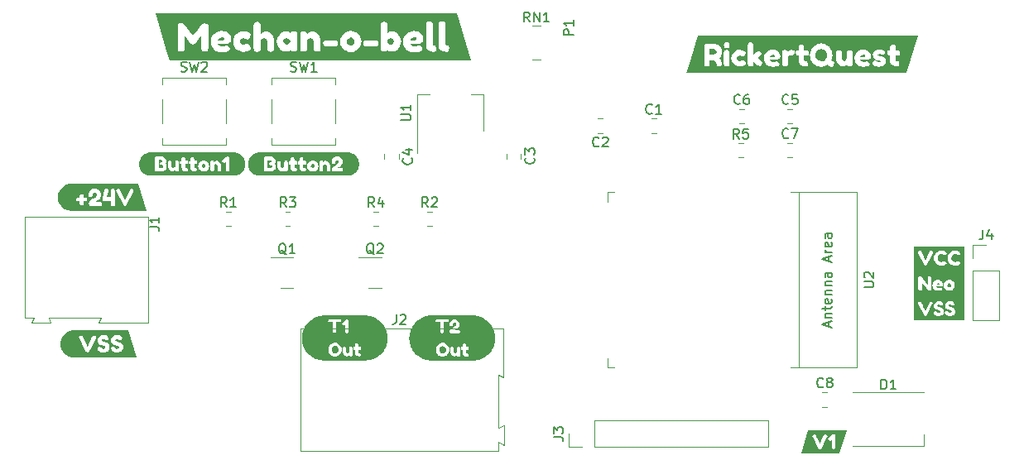
<source format=gbr>
%TF.GenerationSoftware,KiCad,Pcbnew,(6.0.7)*%
%TF.CreationDate,2022-09-04T12:35:54-05:00*%
%TF.ProjectId,Mechan-o-bell_PCB,4d656368-616e-42d6-9f2d-62656c6c5f50,rev?*%
%TF.SameCoordinates,Original*%
%TF.FileFunction,Legend,Top*%
%TF.FilePolarity,Positive*%
%FSLAX46Y46*%
G04 Gerber Fmt 4.6, Leading zero omitted, Abs format (unit mm)*
G04 Created by KiCad (PCBNEW (6.0.7)) date 2022-09-04 12:35:54*
%MOMM*%
%LPD*%
G01*
G04 APERTURE LIST*
%ADD10C,0.150000*%
%ADD11C,0.120000*%
G04 APERTURE END LIST*
D10*
%TO.C,SW1*%
X108866666Y-63904761D02*
X109009523Y-63952380D01*
X109247619Y-63952380D01*
X109342857Y-63904761D01*
X109390476Y-63857142D01*
X109438095Y-63761904D01*
X109438095Y-63666666D01*
X109390476Y-63571428D01*
X109342857Y-63523809D01*
X109247619Y-63476190D01*
X109057142Y-63428571D01*
X108961904Y-63380952D01*
X108914285Y-63333333D01*
X108866666Y-63238095D01*
X108866666Y-63142857D01*
X108914285Y-63047619D01*
X108961904Y-63000000D01*
X109057142Y-62952380D01*
X109295238Y-62952380D01*
X109438095Y-63000000D01*
X109771428Y-62952380D02*
X110009523Y-63952380D01*
X110200000Y-63238095D01*
X110390476Y-63952380D01*
X110628571Y-62952380D01*
X111533333Y-63952380D02*
X110961904Y-63952380D01*
X111247619Y-63952380D02*
X111247619Y-62952380D01*
X111152380Y-63095238D01*
X111057142Y-63190476D01*
X110961904Y-63238095D01*
%TO.C,J4*%
X179666666Y-80122380D02*
X179666666Y-80836666D01*
X179619047Y-80979523D01*
X179523809Y-81074761D01*
X179380952Y-81122380D01*
X179285714Y-81122380D01*
X180571428Y-80455714D02*
X180571428Y-81122380D01*
X180333333Y-80074761D02*
X180095238Y-80789047D01*
X180714285Y-80789047D01*
%TO.C,C1*%
X145833333Y-68177142D02*
X145785714Y-68224761D01*
X145642857Y-68272380D01*
X145547619Y-68272380D01*
X145404761Y-68224761D01*
X145309523Y-68129523D01*
X145261904Y-68034285D01*
X145214285Y-67843809D01*
X145214285Y-67700952D01*
X145261904Y-67510476D01*
X145309523Y-67415238D01*
X145404761Y-67320000D01*
X145547619Y-67272380D01*
X145642857Y-67272380D01*
X145785714Y-67320000D01*
X145833333Y-67367619D01*
X146785714Y-68272380D02*
X146214285Y-68272380D01*
X146500000Y-68272380D02*
X146500000Y-67272380D01*
X146404761Y-67415238D01*
X146309523Y-67510476D01*
X146214285Y-67558095D01*
%TO.C,SW2*%
X97666666Y-63904761D02*
X97809523Y-63952380D01*
X98047619Y-63952380D01*
X98142857Y-63904761D01*
X98190476Y-63857142D01*
X98238095Y-63761904D01*
X98238095Y-63666666D01*
X98190476Y-63571428D01*
X98142857Y-63523809D01*
X98047619Y-63476190D01*
X97857142Y-63428571D01*
X97761904Y-63380952D01*
X97714285Y-63333333D01*
X97666666Y-63238095D01*
X97666666Y-63142857D01*
X97714285Y-63047619D01*
X97761904Y-63000000D01*
X97857142Y-62952380D01*
X98095238Y-62952380D01*
X98238095Y-63000000D01*
X98571428Y-62952380D02*
X98809523Y-63952380D01*
X99000000Y-63238095D01*
X99190476Y-63952380D01*
X99428571Y-62952380D01*
X99761904Y-63047619D02*
X99809523Y-63000000D01*
X99904761Y-62952380D01*
X100142857Y-62952380D01*
X100238095Y-63000000D01*
X100285714Y-63047619D01*
X100333333Y-63142857D01*
X100333333Y-63238095D01*
X100285714Y-63380952D01*
X99714285Y-63952380D01*
X100333333Y-63952380D01*
%TO.C,R5*%
X154745833Y-70802380D02*
X154412500Y-70326190D01*
X154174404Y-70802380D02*
X154174404Y-69802380D01*
X154555357Y-69802380D01*
X154650595Y-69850000D01*
X154698214Y-69897619D01*
X154745833Y-69992857D01*
X154745833Y-70135714D01*
X154698214Y-70230952D01*
X154650595Y-70278571D01*
X154555357Y-70326190D01*
X154174404Y-70326190D01*
X155650595Y-69802380D02*
X155174404Y-69802380D01*
X155126785Y-70278571D01*
X155174404Y-70230952D01*
X155269642Y-70183333D01*
X155507738Y-70183333D01*
X155602976Y-70230952D01*
X155650595Y-70278571D01*
X155698214Y-70373809D01*
X155698214Y-70611904D01*
X155650595Y-70707142D01*
X155602976Y-70754761D01*
X155507738Y-70802380D01*
X155269642Y-70802380D01*
X155174404Y-70754761D01*
X155126785Y-70707142D01*
%TO.C,U2*%
X167502380Y-86011904D02*
X168311904Y-86011904D01*
X168407142Y-85964285D01*
X168454761Y-85916666D01*
X168502380Y-85821428D01*
X168502380Y-85630952D01*
X168454761Y-85535714D01*
X168407142Y-85488095D01*
X168311904Y-85440476D01*
X167502380Y-85440476D01*
X167597619Y-85011904D02*
X167550000Y-84964285D01*
X167502380Y-84869047D01*
X167502380Y-84630952D01*
X167550000Y-84535714D01*
X167597619Y-84488095D01*
X167692857Y-84440476D01*
X167788095Y-84440476D01*
X167930952Y-84488095D01*
X168502380Y-85059523D01*
X168502380Y-84440476D01*
X163916666Y-90011904D02*
X163916666Y-89535714D01*
X164202380Y-90107142D02*
X163202380Y-89773809D01*
X164202380Y-89440476D01*
X163535714Y-89107142D02*
X164202380Y-89107142D01*
X163630952Y-89107142D02*
X163583333Y-89059523D01*
X163535714Y-88964285D01*
X163535714Y-88821428D01*
X163583333Y-88726190D01*
X163678571Y-88678571D01*
X164202380Y-88678571D01*
X163535714Y-88345238D02*
X163535714Y-87964285D01*
X163202380Y-88202380D02*
X164059523Y-88202380D01*
X164154761Y-88154761D01*
X164202380Y-88059523D01*
X164202380Y-87964285D01*
X164154761Y-87250000D02*
X164202380Y-87345238D01*
X164202380Y-87535714D01*
X164154761Y-87630952D01*
X164059523Y-87678571D01*
X163678571Y-87678571D01*
X163583333Y-87630952D01*
X163535714Y-87535714D01*
X163535714Y-87345238D01*
X163583333Y-87250000D01*
X163678571Y-87202380D01*
X163773809Y-87202380D01*
X163869047Y-87678571D01*
X163535714Y-86773809D02*
X164202380Y-86773809D01*
X163630952Y-86773809D02*
X163583333Y-86726190D01*
X163535714Y-86630952D01*
X163535714Y-86488095D01*
X163583333Y-86392857D01*
X163678571Y-86345238D01*
X164202380Y-86345238D01*
X163535714Y-85869047D02*
X164202380Y-85869047D01*
X163630952Y-85869047D02*
X163583333Y-85821428D01*
X163535714Y-85726190D01*
X163535714Y-85583333D01*
X163583333Y-85488095D01*
X163678571Y-85440476D01*
X164202380Y-85440476D01*
X164202380Y-84535714D02*
X163678571Y-84535714D01*
X163583333Y-84583333D01*
X163535714Y-84678571D01*
X163535714Y-84869047D01*
X163583333Y-84964285D01*
X164154761Y-84535714D02*
X164202380Y-84630952D01*
X164202380Y-84869047D01*
X164154761Y-84964285D01*
X164059523Y-85011904D01*
X163964285Y-85011904D01*
X163869047Y-84964285D01*
X163821428Y-84869047D01*
X163821428Y-84630952D01*
X163773809Y-84535714D01*
X163916666Y-83345238D02*
X163916666Y-82869047D01*
X164202380Y-83440476D02*
X163202380Y-83107142D01*
X164202380Y-82773809D01*
X164202380Y-82440476D02*
X163535714Y-82440476D01*
X163726190Y-82440476D02*
X163630952Y-82392857D01*
X163583333Y-82345238D01*
X163535714Y-82250000D01*
X163535714Y-82154761D01*
X164154761Y-81440476D02*
X164202380Y-81535714D01*
X164202380Y-81726190D01*
X164154761Y-81821428D01*
X164059523Y-81869047D01*
X163678571Y-81869047D01*
X163583333Y-81821428D01*
X163535714Y-81726190D01*
X163535714Y-81535714D01*
X163583333Y-81440476D01*
X163678571Y-81392857D01*
X163773809Y-81392857D01*
X163869047Y-81869047D01*
X164202380Y-80535714D02*
X163678571Y-80535714D01*
X163583333Y-80583333D01*
X163535714Y-80678571D01*
X163535714Y-80869047D01*
X163583333Y-80964285D01*
X164154761Y-80535714D02*
X164202380Y-80630952D01*
X164202380Y-80869047D01*
X164154761Y-80964285D01*
X164059523Y-81011904D01*
X163964285Y-81011904D01*
X163869047Y-80964285D01*
X163821428Y-80869047D01*
X163821428Y-80630952D01*
X163773809Y-80535714D01*
%TO.C,C3*%
X133737142Y-72766666D02*
X133784761Y-72814285D01*
X133832380Y-72957142D01*
X133832380Y-73052380D01*
X133784761Y-73195238D01*
X133689523Y-73290476D01*
X133594285Y-73338095D01*
X133403809Y-73385714D01*
X133260952Y-73385714D01*
X133070476Y-73338095D01*
X132975238Y-73290476D01*
X132880000Y-73195238D01*
X132832380Y-73052380D01*
X132832380Y-72957142D01*
X132880000Y-72814285D01*
X132927619Y-72766666D01*
X132832380Y-72433333D02*
X132832380Y-71814285D01*
X133213333Y-72147619D01*
X133213333Y-72004761D01*
X133260952Y-71909523D01*
X133308571Y-71861904D01*
X133403809Y-71814285D01*
X133641904Y-71814285D01*
X133737142Y-71861904D01*
X133784761Y-71909523D01*
X133832380Y-72004761D01*
X133832380Y-72290476D01*
X133784761Y-72385714D01*
X133737142Y-72433333D01*
%TO.C,C8*%
X163333333Y-96177142D02*
X163285714Y-96224761D01*
X163142857Y-96272380D01*
X163047619Y-96272380D01*
X162904761Y-96224761D01*
X162809523Y-96129523D01*
X162761904Y-96034285D01*
X162714285Y-95843809D01*
X162714285Y-95700952D01*
X162761904Y-95510476D01*
X162809523Y-95415238D01*
X162904761Y-95320000D01*
X163047619Y-95272380D01*
X163142857Y-95272380D01*
X163285714Y-95320000D01*
X163333333Y-95367619D01*
X163904761Y-95700952D02*
X163809523Y-95653333D01*
X163761904Y-95605714D01*
X163714285Y-95510476D01*
X163714285Y-95462857D01*
X163761904Y-95367619D01*
X163809523Y-95320000D01*
X163904761Y-95272380D01*
X164095238Y-95272380D01*
X164190476Y-95320000D01*
X164238095Y-95367619D01*
X164285714Y-95462857D01*
X164285714Y-95510476D01*
X164238095Y-95605714D01*
X164190476Y-95653333D01*
X164095238Y-95700952D01*
X163904761Y-95700952D01*
X163809523Y-95748571D01*
X163761904Y-95796190D01*
X163714285Y-95891428D01*
X163714285Y-96081904D01*
X163761904Y-96177142D01*
X163809523Y-96224761D01*
X163904761Y-96272380D01*
X164095238Y-96272380D01*
X164190476Y-96224761D01*
X164238095Y-96177142D01*
X164285714Y-96081904D01*
X164285714Y-95891428D01*
X164238095Y-95796190D01*
X164190476Y-95748571D01*
X164095238Y-95700952D01*
%TO.C,RN1*%
X133309523Y-58852380D02*
X132976190Y-58376190D01*
X132738095Y-58852380D02*
X132738095Y-57852380D01*
X133119047Y-57852380D01*
X133214285Y-57900000D01*
X133261904Y-57947619D01*
X133309523Y-58042857D01*
X133309523Y-58185714D01*
X133261904Y-58280952D01*
X133214285Y-58328571D01*
X133119047Y-58376190D01*
X132738095Y-58376190D01*
X133738095Y-58852380D02*
X133738095Y-57852380D01*
X134309523Y-58852380D01*
X134309523Y-57852380D01*
X135309523Y-58852380D02*
X134738095Y-58852380D01*
X135023809Y-58852380D02*
X135023809Y-57852380D01*
X134928571Y-57995238D01*
X134833333Y-58090476D01*
X134738095Y-58138095D01*
%TO.C,R3*%
X108420833Y-77802380D02*
X108087500Y-77326190D01*
X107849404Y-77802380D02*
X107849404Y-76802380D01*
X108230357Y-76802380D01*
X108325595Y-76850000D01*
X108373214Y-76897619D01*
X108420833Y-76992857D01*
X108420833Y-77135714D01*
X108373214Y-77230952D01*
X108325595Y-77278571D01*
X108230357Y-77326190D01*
X107849404Y-77326190D01*
X108754166Y-76802380D02*
X109373214Y-76802380D01*
X109039880Y-77183333D01*
X109182738Y-77183333D01*
X109277976Y-77230952D01*
X109325595Y-77278571D01*
X109373214Y-77373809D01*
X109373214Y-77611904D01*
X109325595Y-77707142D01*
X109277976Y-77754761D01*
X109182738Y-77802380D01*
X108897023Y-77802380D01*
X108801785Y-77754761D01*
X108754166Y-77707142D01*
%TO.C,J1*%
X94442380Y-79848333D02*
X95156666Y-79848333D01*
X95299523Y-79895952D01*
X95394761Y-79991190D01*
X95442380Y-80134047D01*
X95442380Y-80229285D01*
X95442380Y-78848333D02*
X95442380Y-79419761D01*
X95442380Y-79134047D02*
X94442380Y-79134047D01*
X94585238Y-79229285D01*
X94680476Y-79324523D01*
X94728095Y-79419761D01*
%TO.C,Q2*%
X117404761Y-82647619D02*
X117309523Y-82600000D01*
X117214285Y-82504761D01*
X117071428Y-82361904D01*
X116976190Y-82314285D01*
X116880952Y-82314285D01*
X116928571Y-82552380D02*
X116833333Y-82504761D01*
X116738095Y-82409523D01*
X116690476Y-82219047D01*
X116690476Y-81885714D01*
X116738095Y-81695238D01*
X116833333Y-81600000D01*
X116928571Y-81552380D01*
X117119047Y-81552380D01*
X117214285Y-81600000D01*
X117309523Y-81695238D01*
X117357142Y-81885714D01*
X117357142Y-82219047D01*
X117309523Y-82409523D01*
X117214285Y-82504761D01*
X117119047Y-82552380D01*
X116928571Y-82552380D01*
X117738095Y-81647619D02*
X117785714Y-81600000D01*
X117880952Y-81552380D01*
X118119047Y-81552380D01*
X118214285Y-81600000D01*
X118261904Y-81647619D01*
X118309523Y-81742857D01*
X118309523Y-81838095D01*
X118261904Y-81980952D01*
X117690476Y-82552380D01*
X118309523Y-82552380D01*
%TO.C,R4*%
X117420833Y-77802380D02*
X117087500Y-77326190D01*
X116849404Y-77802380D02*
X116849404Y-76802380D01*
X117230357Y-76802380D01*
X117325595Y-76850000D01*
X117373214Y-76897619D01*
X117420833Y-76992857D01*
X117420833Y-77135714D01*
X117373214Y-77230952D01*
X117325595Y-77278571D01*
X117230357Y-77326190D01*
X116849404Y-77326190D01*
X118277976Y-77135714D02*
X118277976Y-77802380D01*
X118039880Y-76754761D02*
X117801785Y-77469047D01*
X118420833Y-77469047D01*
%TO.C,Q1*%
X108404761Y-82647619D02*
X108309523Y-82600000D01*
X108214285Y-82504761D01*
X108071428Y-82361904D01*
X107976190Y-82314285D01*
X107880952Y-82314285D01*
X107928571Y-82552380D02*
X107833333Y-82504761D01*
X107738095Y-82409523D01*
X107690476Y-82219047D01*
X107690476Y-81885714D01*
X107738095Y-81695238D01*
X107833333Y-81600000D01*
X107928571Y-81552380D01*
X108119047Y-81552380D01*
X108214285Y-81600000D01*
X108309523Y-81695238D01*
X108357142Y-81885714D01*
X108357142Y-82219047D01*
X108309523Y-82409523D01*
X108214285Y-82504761D01*
X108119047Y-82552380D01*
X107928571Y-82552380D01*
X109309523Y-82552380D02*
X108738095Y-82552380D01*
X109023809Y-82552380D02*
X109023809Y-81552380D01*
X108928571Y-81695238D01*
X108833333Y-81790476D01*
X108738095Y-81838095D01*
%TO.C,C6*%
X154833333Y-67177142D02*
X154785714Y-67224761D01*
X154642857Y-67272380D01*
X154547619Y-67272380D01*
X154404761Y-67224761D01*
X154309523Y-67129523D01*
X154261904Y-67034285D01*
X154214285Y-66843809D01*
X154214285Y-66700952D01*
X154261904Y-66510476D01*
X154309523Y-66415238D01*
X154404761Y-66320000D01*
X154547619Y-66272380D01*
X154642857Y-66272380D01*
X154785714Y-66320000D01*
X154833333Y-66367619D01*
X155690476Y-66272380D02*
X155500000Y-66272380D01*
X155404761Y-66320000D01*
X155357142Y-66367619D01*
X155261904Y-66510476D01*
X155214285Y-66700952D01*
X155214285Y-67081904D01*
X155261904Y-67177142D01*
X155309523Y-67224761D01*
X155404761Y-67272380D01*
X155595238Y-67272380D01*
X155690476Y-67224761D01*
X155738095Y-67177142D01*
X155785714Y-67081904D01*
X155785714Y-66843809D01*
X155738095Y-66748571D01*
X155690476Y-66700952D01*
X155595238Y-66653333D01*
X155404761Y-66653333D01*
X155309523Y-66700952D01*
X155261904Y-66748571D01*
X155214285Y-66843809D01*
%TO.C,C2*%
X140383333Y-71537142D02*
X140335714Y-71584761D01*
X140192857Y-71632380D01*
X140097619Y-71632380D01*
X139954761Y-71584761D01*
X139859523Y-71489523D01*
X139811904Y-71394285D01*
X139764285Y-71203809D01*
X139764285Y-71060952D01*
X139811904Y-70870476D01*
X139859523Y-70775238D01*
X139954761Y-70680000D01*
X140097619Y-70632380D01*
X140192857Y-70632380D01*
X140335714Y-70680000D01*
X140383333Y-70727619D01*
X140764285Y-70727619D02*
X140811904Y-70680000D01*
X140907142Y-70632380D01*
X141145238Y-70632380D01*
X141240476Y-70680000D01*
X141288095Y-70727619D01*
X141335714Y-70822857D01*
X141335714Y-70918095D01*
X141288095Y-71060952D01*
X140716666Y-71632380D01*
X141335714Y-71632380D01*
%TO.C,C4*%
X121237142Y-72816666D02*
X121284761Y-72864285D01*
X121332380Y-73007142D01*
X121332380Y-73102380D01*
X121284761Y-73245238D01*
X121189523Y-73340476D01*
X121094285Y-73388095D01*
X120903809Y-73435714D01*
X120760952Y-73435714D01*
X120570476Y-73388095D01*
X120475238Y-73340476D01*
X120380000Y-73245238D01*
X120332380Y-73102380D01*
X120332380Y-73007142D01*
X120380000Y-72864285D01*
X120427619Y-72816666D01*
X120665714Y-71959523D02*
X121332380Y-71959523D01*
X120284761Y-72197619D02*
X120999047Y-72435714D01*
X120999047Y-71816666D01*
%TO.C,R1*%
X102333333Y-77802380D02*
X102000000Y-77326190D01*
X101761904Y-77802380D02*
X101761904Y-76802380D01*
X102142857Y-76802380D01*
X102238095Y-76850000D01*
X102285714Y-76897619D01*
X102333333Y-76992857D01*
X102333333Y-77135714D01*
X102285714Y-77230952D01*
X102238095Y-77278571D01*
X102142857Y-77326190D01*
X101761904Y-77326190D01*
X103285714Y-77802380D02*
X102714285Y-77802380D01*
X103000000Y-77802380D02*
X103000000Y-76802380D01*
X102904761Y-76945238D01*
X102809523Y-77040476D01*
X102714285Y-77088095D01*
%TO.C,R2*%
X122920833Y-77802380D02*
X122587500Y-77326190D01*
X122349404Y-77802380D02*
X122349404Y-76802380D01*
X122730357Y-76802380D01*
X122825595Y-76850000D01*
X122873214Y-76897619D01*
X122920833Y-76992857D01*
X122920833Y-77135714D01*
X122873214Y-77230952D01*
X122825595Y-77278571D01*
X122730357Y-77326190D01*
X122349404Y-77326190D01*
X123301785Y-76897619D02*
X123349404Y-76850000D01*
X123444642Y-76802380D01*
X123682738Y-76802380D01*
X123777976Y-76850000D01*
X123825595Y-76897619D01*
X123873214Y-76992857D01*
X123873214Y-77088095D01*
X123825595Y-77230952D01*
X123254166Y-77802380D01*
X123873214Y-77802380D01*
%TO.C,C7*%
X159783333Y-70677142D02*
X159735714Y-70724761D01*
X159592857Y-70772380D01*
X159497619Y-70772380D01*
X159354761Y-70724761D01*
X159259523Y-70629523D01*
X159211904Y-70534285D01*
X159164285Y-70343809D01*
X159164285Y-70200952D01*
X159211904Y-70010476D01*
X159259523Y-69915238D01*
X159354761Y-69820000D01*
X159497619Y-69772380D01*
X159592857Y-69772380D01*
X159735714Y-69820000D01*
X159783333Y-69867619D01*
X160116666Y-69772380D02*
X160783333Y-69772380D01*
X160354761Y-70772380D01*
%TO.C,J3*%
X135747380Y-101333333D02*
X136461666Y-101333333D01*
X136604523Y-101380952D01*
X136699761Y-101476190D01*
X136747380Y-101619047D01*
X136747380Y-101714285D01*
X135747380Y-100952380D02*
X135747380Y-100333333D01*
X136128333Y-100666666D01*
X136128333Y-100523809D01*
X136175952Y-100428571D01*
X136223571Y-100380952D01*
X136318809Y-100333333D01*
X136556904Y-100333333D01*
X136652142Y-100380952D01*
X136699761Y-100428571D01*
X136747380Y-100523809D01*
X136747380Y-100809523D01*
X136699761Y-100904761D01*
X136652142Y-100952380D01*
%TO.C,J2*%
X119666666Y-88802380D02*
X119666666Y-89516666D01*
X119619047Y-89659523D01*
X119523809Y-89754761D01*
X119380952Y-89802380D01*
X119285714Y-89802380D01*
X120095238Y-88897619D02*
X120142857Y-88850000D01*
X120238095Y-88802380D01*
X120476190Y-88802380D01*
X120571428Y-88850000D01*
X120619047Y-88897619D01*
X120666666Y-88992857D01*
X120666666Y-89088095D01*
X120619047Y-89230952D01*
X120047619Y-89802380D01*
X120666666Y-89802380D01*
%TO.C,D1*%
X169261904Y-96452380D02*
X169261904Y-95452380D01*
X169500000Y-95452380D01*
X169642857Y-95500000D01*
X169738095Y-95595238D01*
X169785714Y-95690476D01*
X169833333Y-95880952D01*
X169833333Y-96023809D01*
X169785714Y-96214285D01*
X169738095Y-96309523D01*
X169642857Y-96404761D01*
X169500000Y-96452380D01*
X169261904Y-96452380D01*
X170785714Y-96452380D02*
X170214285Y-96452380D01*
X170500000Y-96452380D02*
X170500000Y-95452380D01*
X170404761Y-95595238D01*
X170309523Y-95690476D01*
X170214285Y-95738095D01*
%TO.C,U1*%
X120152380Y-68911904D02*
X120961904Y-68911904D01*
X121057142Y-68864285D01*
X121104761Y-68816666D01*
X121152380Y-68721428D01*
X121152380Y-68530952D01*
X121104761Y-68435714D01*
X121057142Y-68388095D01*
X120961904Y-68340476D01*
X120152380Y-68340476D01*
X121152380Y-67340476D02*
X121152380Y-67911904D01*
X121152380Y-67626190D02*
X120152380Y-67626190D01*
X120295238Y-67721428D01*
X120390476Y-67816666D01*
X120438095Y-67911904D01*
%TO.C,C5*%
X159783333Y-67177142D02*
X159735714Y-67224761D01*
X159592857Y-67272380D01*
X159497619Y-67272380D01*
X159354761Y-67224761D01*
X159259523Y-67129523D01*
X159211904Y-67034285D01*
X159164285Y-66843809D01*
X159164285Y-66700952D01*
X159211904Y-66510476D01*
X159259523Y-66415238D01*
X159354761Y-66320000D01*
X159497619Y-66272380D01*
X159592857Y-66272380D01*
X159735714Y-66320000D01*
X159783333Y-66367619D01*
X160688095Y-66272380D02*
X160211904Y-66272380D01*
X160164285Y-66748571D01*
X160211904Y-66700952D01*
X160307142Y-66653333D01*
X160545238Y-66653333D01*
X160640476Y-66700952D01*
X160688095Y-66748571D01*
X160735714Y-66843809D01*
X160735714Y-67081904D01*
X160688095Y-67177142D01*
X160640476Y-67224761D01*
X160545238Y-67272380D01*
X160307142Y-67272380D01*
X160211904Y-67224761D01*
X160164285Y-67177142D01*
%TO.C,P1*%
X137777380Y-60188095D02*
X136777380Y-60188095D01*
X136777380Y-59807142D01*
X136825000Y-59711904D01*
X136872619Y-59664285D01*
X136967857Y-59616666D01*
X137110714Y-59616666D01*
X137205952Y-59664285D01*
X137253571Y-59711904D01*
X137301190Y-59807142D01*
X137301190Y-60188095D01*
X137777380Y-58664285D02*
X137777380Y-59235714D01*
X137777380Y-58950000D02*
X136777380Y-58950000D01*
X136920238Y-59045238D01*
X137015476Y-59140476D01*
X137063095Y-59235714D01*
%TO.C,kibuzzard-6314E056*%
G36*
X150521417Y-60287592D02*
G01*
X173026028Y-60287592D01*
X171878583Y-64112408D01*
X149373972Y-64112408D01*
X149670517Y-63123925D01*
X151182875Y-63123925D01*
X151201925Y-63289025D01*
X151286062Y-63377131D01*
X151462275Y-63406500D01*
X151625788Y-63385069D01*
X151709925Y-63320775D01*
X151740087Y-63236638D01*
X151744850Y-63127100D01*
X151744850Y-62768325D01*
X152144900Y-62768325D01*
X152243325Y-62761975D01*
X152366797Y-63054428D01*
X152449347Y-63245986D01*
X152490975Y-63336650D01*
X152549712Y-63398563D01*
X152651313Y-63428725D01*
X152814825Y-63384275D01*
X152962463Y-63292200D01*
X153011675Y-63181075D01*
X152997021Y-63130275D01*
X153186300Y-63130275D01*
X153191063Y-63241400D01*
X153218050Y-63323950D01*
X153301394Y-63388244D01*
X153462525Y-63409675D01*
X153625244Y-63389038D01*
X153707000Y-63327125D01*
X153737163Y-63242987D01*
X153741925Y-63133450D01*
X153741925Y-62566713D01*
X153948300Y-62566713D01*
X153968938Y-62762769D01*
X154030850Y-62941363D01*
X154125306Y-63094159D01*
X154243575Y-63212825D01*
X154428078Y-63331006D01*
X154617519Y-63401914D01*
X154811900Y-63425550D01*
X155054788Y-63393800D01*
X155256400Y-63298550D01*
X155387369Y-63189806D01*
X155409642Y-63130275D01*
X155637400Y-63130275D01*
X155642163Y-63239813D01*
X155669150Y-63323950D01*
X155752494Y-63388244D01*
X155913625Y-63409675D01*
X156076344Y-63389038D01*
X156158100Y-63327125D01*
X156188263Y-63242987D01*
X156193025Y-63133450D01*
X156193025Y-62888975D01*
X156290656Y-62974303D01*
X156424800Y-63103288D01*
X156557356Y-63231478D01*
X156650225Y-63314425D01*
X156681975Y-63336650D01*
X156875650Y-63428725D01*
X157066150Y-63295375D01*
X157164575Y-63089000D01*
X157143938Y-63022325D01*
X157043925Y-62920725D01*
X156633167Y-62581000D01*
X157291575Y-62581000D01*
X157313800Y-62785964D01*
X157380475Y-62977522D01*
X157491600Y-63155675D01*
X157613441Y-63275928D01*
X157775763Y-63369988D01*
X157971422Y-63430709D01*
X158193275Y-63450950D01*
X158489145Y-63433289D01*
X158700481Y-63380306D01*
X158827283Y-63292002D01*
X158852182Y-63219175D01*
X159158475Y-63219175D01*
X159215625Y-63355700D01*
X159434700Y-63409675D01*
X159596625Y-63389038D01*
X159682350Y-63327125D01*
X159712513Y-63242987D01*
X159717275Y-63133450D01*
X159717275Y-62466700D01*
X159791888Y-62320650D01*
X159952225Y-62260325D01*
X160090338Y-62285725D01*
X160199875Y-62311125D01*
X160374500Y-62190475D01*
X160410695Y-62057125D01*
X160530075Y-62057125D01*
X160576113Y-62241275D01*
X160692000Y-62295250D01*
X160822175Y-62285725D01*
X160822175Y-62755625D01*
X160841225Y-62969761D01*
X160898375Y-63138036D01*
X160993625Y-63260450D01*
X161125564Y-63343353D01*
X161292781Y-63393094D01*
X161495275Y-63409675D01*
X161601638Y-63404912D01*
X161685775Y-63377925D01*
X161752450Y-63294581D01*
X161774675Y-63133450D01*
X161701650Y-62920725D01*
X161617513Y-62890563D01*
X161503213Y-62885800D01*
X161401613Y-62847700D01*
X161374625Y-62723875D01*
X161374625Y-62285725D01*
X161581000Y-62298425D01*
X161690538Y-62293663D01*
X161774675Y-62266675D01*
X161987400Y-62266675D01*
X162008534Y-62499641D01*
X162071934Y-62715938D01*
X162177602Y-62915566D01*
X162325538Y-63098525D01*
X162504230Y-63251322D01*
X162702172Y-63360463D01*
X162919362Y-63425947D01*
X163155800Y-63447775D01*
X163393219Y-63422375D01*
X163614411Y-63346175D01*
X163819375Y-63219175D01*
X163933675Y-63295375D01*
X164022575Y-63355700D01*
X164206725Y-63441425D01*
X164304356Y-63406500D01*
X164400400Y-63301725D01*
X164495650Y-63084237D01*
X164381350Y-62920725D01*
X164171800Y-62777850D01*
X164237064Y-62603931D01*
X164245054Y-62568300D01*
X164670275Y-62568300D01*
X164693735Y-62789315D01*
X164764114Y-62986694D01*
X164881413Y-63160438D01*
X165034342Y-63295375D01*
X165211613Y-63376338D01*
X165413225Y-63403325D01*
X165648175Y-63333475D01*
X165733900Y-63263625D01*
X165791050Y-63200125D01*
X165822800Y-63330300D01*
X165904556Y-63387450D01*
X166060925Y-63406500D01*
X166220469Y-63385863D01*
X166305400Y-63323950D01*
X166335563Y-63242987D01*
X166340325Y-63136625D01*
X166340325Y-62581000D01*
X166546700Y-62581000D01*
X166568925Y-62785964D01*
X166635600Y-62977522D01*
X166746725Y-63155675D01*
X166868566Y-63275928D01*
X167030888Y-63369988D01*
X167226547Y-63430709D01*
X167448400Y-63450950D01*
X167744270Y-63433289D01*
X167955606Y-63380306D01*
X168082408Y-63292002D01*
X168124675Y-63168375D01*
X168116599Y-63139800D01*
X168365975Y-63139800D01*
X168426300Y-63260450D01*
X168617329Y-63359228D01*
X168813650Y-63418494D01*
X169015263Y-63438250D01*
X169208056Y-63427314D01*
X169377918Y-63394506D01*
X169524850Y-63339825D01*
X169697888Y-63166788D01*
X169744322Y-63038597D01*
X169759800Y-62885800D01*
X169744322Y-62734591D01*
X169697888Y-62611162D01*
X169543900Y-62457175D01*
X169343875Y-62377800D01*
X169137500Y-62336525D01*
X168975575Y-62291281D01*
X168921600Y-62212700D01*
X169108925Y-62142850D01*
X169332762Y-62190475D01*
X169474050Y-62238100D01*
X169616925Y-62126975D01*
X169642971Y-62057125D01*
X169886800Y-62057125D01*
X169932837Y-62241275D01*
X170048725Y-62295250D01*
X170178900Y-62285725D01*
X170178900Y-62755625D01*
X170197950Y-62969761D01*
X170255100Y-63138036D01*
X170350350Y-63260450D01*
X170482289Y-63343353D01*
X170649506Y-63393094D01*
X170852000Y-63409675D01*
X170958362Y-63404912D01*
X171042500Y-63377925D01*
X171109175Y-63294581D01*
X171131400Y-63133450D01*
X171058375Y-62920725D01*
X170974238Y-62890563D01*
X170859938Y-62885800D01*
X170758338Y-62847700D01*
X170731350Y-62723875D01*
X170731350Y-62285725D01*
X170937725Y-62298425D01*
X171047263Y-62293663D01*
X171131400Y-62266675D01*
X171195694Y-62183331D01*
X171217125Y-62022200D01*
X171196487Y-61859481D01*
X171134575Y-61777725D01*
X171050438Y-61747562D01*
X170942488Y-61742800D01*
X170731350Y-61755500D01*
X170731350Y-61444350D01*
X170715475Y-61282425D01*
X170630544Y-61194319D01*
X170458300Y-61164950D01*
X170295581Y-61184794D01*
X170213825Y-61244325D01*
X170183663Y-61320525D01*
X170178900Y-61428475D01*
X170178900Y-61755500D01*
X170074125Y-61742800D01*
X169947125Y-61784075D01*
X169902675Y-61868212D01*
X169886800Y-62057125D01*
X169642971Y-62057125D01*
X169686775Y-61939650D01*
X169575650Y-61812650D01*
X169340700Y-61731687D01*
X169112100Y-61704700D01*
X168864069Y-61724766D01*
X168671156Y-61784964D01*
X168533361Y-61885294D01*
X168450684Y-62025756D01*
X168423125Y-62206350D01*
X168438206Y-62363116D01*
X168483450Y-62496863D01*
X168635850Y-62676250D01*
X168833494Y-62773881D01*
X169032725Y-62825475D01*
X169192269Y-62861988D01*
X169245450Y-62914375D01*
X169197031Y-62971525D01*
X169051775Y-62990575D01*
X168810475Y-62912788D01*
X168599338Y-62835000D01*
X168486625Y-62888975D01*
X168396137Y-63035819D01*
X168365975Y-63139800D01*
X168116599Y-63139800D01*
X168083400Y-63022325D01*
X167908775Y-62879450D01*
X167781775Y-62914375D01*
X167746850Y-62927075D01*
X167622231Y-62955650D01*
X167457925Y-62965175D01*
X167248375Y-62904850D01*
X167143600Y-62755625D01*
X167896075Y-62755625D01*
X168110388Y-62661962D01*
X168183016Y-62542900D01*
X168207225Y-62373038D01*
X168180238Y-62185316D01*
X168099275Y-62012675D01*
X167981403Y-61876547D01*
X167834162Y-61779312D01*
X167657553Y-61720972D01*
X167451575Y-61701525D01*
X167207629Y-61728160D01*
X166992258Y-61808064D01*
X166805463Y-61941238D01*
X166661706Y-62118861D01*
X166575451Y-62332115D01*
X166546700Y-62581000D01*
X166340325Y-62581000D01*
X166340325Y-62012675D01*
X166335563Y-61903137D01*
X166308575Y-61819000D01*
X166225231Y-61754706D01*
X166064100Y-61733275D01*
X165901381Y-61753913D01*
X165819625Y-61815825D01*
X165789463Y-61899962D01*
X165784700Y-62009500D01*
X165784700Y-62571475D01*
X165706912Y-62771500D01*
X165503713Y-62847700D01*
X165303688Y-62774675D01*
X165229075Y-62571475D01*
X165229075Y-62015850D01*
X165210025Y-61853925D01*
X165125888Y-61763437D01*
X164949675Y-61733275D01*
X164786163Y-61754706D01*
X164702025Y-61819000D01*
X164675038Y-61901550D01*
X164670275Y-62012675D01*
X164670275Y-62568300D01*
X164245054Y-62568300D01*
X164276222Y-62429306D01*
X164289275Y-62253975D01*
X164267645Y-62004936D01*
X164202756Y-61778519D01*
X164094608Y-61574723D01*
X163943200Y-61393550D01*
X163762423Y-61244920D01*
X163566169Y-61138756D01*
X163354436Y-61075058D01*
X163127225Y-61053825D01*
X162911325Y-61076050D01*
X162701775Y-61142725D01*
X162507306Y-61248294D01*
X162336650Y-61387200D01*
X162193775Y-61561428D01*
X162082650Y-61772963D01*
X162011212Y-62011484D01*
X161987400Y-62266675D01*
X161774675Y-62266675D01*
X161838969Y-62183331D01*
X161860400Y-62022200D01*
X161839762Y-61859481D01*
X161777850Y-61777725D01*
X161693713Y-61747562D01*
X161585763Y-61742800D01*
X161374625Y-61755500D01*
X161374625Y-61444350D01*
X161358750Y-61282425D01*
X161273819Y-61194319D01*
X161101575Y-61164950D01*
X160938856Y-61184794D01*
X160857100Y-61244325D01*
X160826938Y-61320525D01*
X160822175Y-61428475D01*
X160822175Y-61755500D01*
X160717400Y-61742800D01*
X160590400Y-61784075D01*
X160545950Y-61868212D01*
X160530075Y-62057125D01*
X160410695Y-62057125D01*
X160434825Y-61968225D01*
X160395138Y-61820587D01*
X160295125Y-61755500D01*
X160184000Y-61728512D01*
X160058588Y-61720575D01*
X159885550Y-61774550D01*
X159756963Y-61860275D01*
X159710925Y-61914250D01*
X159676000Y-61809475D01*
X159592656Y-61754706D01*
X159437875Y-61736450D01*
X159274363Y-61757881D01*
X159190225Y-61822175D01*
X159163238Y-61903137D01*
X159158475Y-62012675D01*
X159158475Y-63219175D01*
X158852182Y-63219175D01*
X158869550Y-63168375D01*
X158828275Y-63022325D01*
X158653650Y-62879450D01*
X158526650Y-62914375D01*
X158491725Y-62927075D01*
X158367106Y-62955650D01*
X158202800Y-62965175D01*
X157993250Y-62904850D01*
X157888475Y-62755625D01*
X158640950Y-62755625D01*
X158855263Y-62661962D01*
X158927891Y-62542900D01*
X158952100Y-62373038D01*
X158925113Y-62185316D01*
X158844150Y-62012675D01*
X158726278Y-61876547D01*
X158579038Y-61779312D01*
X158402428Y-61720972D01*
X158196450Y-61701525D01*
X157952504Y-61728160D01*
X157737133Y-61808064D01*
X157550338Y-61941238D01*
X157406581Y-62118861D01*
X157320326Y-62332115D01*
X157291575Y-62581000D01*
X156633167Y-62581000D01*
X156621650Y-62571475D01*
X156935975Y-62304775D01*
X157053450Y-62133325D01*
X156950263Y-61931712D01*
X156767700Y-61803125D01*
X156577200Y-61888850D01*
X156539100Y-61914250D01*
X156366063Y-62076175D01*
X156193025Y-62238100D01*
X156193025Y-61231625D01*
X156189850Y-61142725D01*
X156132700Y-61003025D01*
X155916800Y-60949050D01*
X155753288Y-60970481D01*
X155669150Y-61034775D01*
X155642163Y-61118913D01*
X155637400Y-61228450D01*
X155637400Y-63130275D01*
X155409642Y-63130275D01*
X155431025Y-63073125D01*
X155358000Y-62908025D01*
X155231794Y-62781819D01*
X155126225Y-62739750D01*
X154984938Y-62798487D01*
X154797612Y-62857225D01*
X154608700Y-62782612D01*
X154519800Y-62573063D01*
X154611875Y-62361925D01*
X154810312Y-62285725D01*
X154973825Y-62339700D01*
X155145275Y-62409550D01*
X155252431Y-62365894D01*
X155364350Y-62234925D01*
X155431025Y-62052363D01*
X155348475Y-61907900D01*
X155259575Y-61847575D01*
X155208775Y-61815825D01*
X155040500Y-61750737D01*
X154805550Y-61717400D01*
X154610464Y-61740683D01*
X154423139Y-61810533D01*
X154243575Y-61926950D01*
X154125306Y-62044822D01*
X154030850Y-62195238D01*
X153968938Y-62371450D01*
X153948300Y-62566713D01*
X153741925Y-62566713D01*
X153741925Y-62022200D01*
X153738750Y-61930125D01*
X153681600Y-61793600D01*
X153465700Y-61739625D01*
X153464113Y-61739825D01*
X153302188Y-61760262D01*
X153218050Y-61822175D01*
X153191063Y-61906312D01*
X153186300Y-62015850D01*
X153186300Y-63130275D01*
X152997021Y-63130275D01*
X152964050Y-63015975D01*
X152875150Y-62813833D01*
X152803183Y-62647675D01*
X152748150Y-62517500D01*
X152880442Y-62348872D01*
X152959817Y-62152022D01*
X152986275Y-61926950D01*
X152965637Y-61730100D01*
X152903725Y-61552300D01*
X152810062Y-61401487D01*
X152694175Y-61285600D01*
X152609333Y-61231625D01*
X153186300Y-61231625D01*
X153191063Y-61341162D01*
X153219638Y-61425300D01*
X153303775Y-61491975D01*
X153464113Y-61511025D01*
X153624450Y-61491975D01*
X153708588Y-61426887D01*
X153737163Y-61344337D01*
X153741925Y-61234800D01*
X153737163Y-61125262D01*
X153707000Y-61041125D01*
X153626038Y-60976831D01*
X153465700Y-60955400D01*
X153302188Y-60976831D01*
X153218050Y-61041125D01*
X153191063Y-61122087D01*
X153186300Y-61231625D01*
X152609333Y-61231625D01*
X152516728Y-61172711D01*
X152335753Y-61104978D01*
X152151250Y-61082400D01*
X151465450Y-61082400D01*
X151301937Y-61103831D01*
X151217800Y-61168125D01*
X151187637Y-61252262D01*
X151182875Y-61361800D01*
X151182875Y-63123925D01*
X149670517Y-63123925D01*
X150521417Y-60287592D01*
G37*
G36*
X163351459Y-61659456D02*
G01*
X163544738Y-61790425D01*
X163646161Y-61919542D01*
X163707015Y-62074058D01*
X163727300Y-62253975D01*
X163707192Y-62433539D01*
X163646867Y-62586997D01*
X163546325Y-62714350D01*
X163354238Y-62842938D01*
X163139925Y-62885800D01*
X162925216Y-62841747D01*
X162731937Y-62709587D01*
X162630514Y-62580294D01*
X162569660Y-62427365D01*
X162549375Y-62250800D01*
X162569483Y-62074235D01*
X162629808Y-61921306D01*
X162730350Y-61792013D01*
X162922437Y-61659853D01*
X163136750Y-61615800D01*
X163351459Y-61659456D01*
G37*
G36*
X152335400Y-61715812D02*
G01*
X152427475Y-61926950D01*
X152335400Y-62136500D01*
X152151250Y-62206350D01*
X151744850Y-62206350D01*
X151744850Y-61644375D01*
X152144900Y-61644375D01*
X152335400Y-61715812D01*
G37*
G36*
X158347263Y-62247625D02*
G01*
X158402825Y-62365100D01*
X158282175Y-62466700D01*
X157882125Y-62466700D01*
X157983725Y-62287313D01*
X158188513Y-62203175D01*
X158347263Y-62247625D01*
G37*
G36*
X167602388Y-62247625D02*
G01*
X167657950Y-62365100D01*
X167537300Y-62466700D01*
X167137250Y-62466700D01*
X167238850Y-62287313D01*
X167443638Y-62203175D01*
X167602388Y-62247625D01*
G37*
%TO.C,kibuzzard-6314E025*%
G36*
X161798874Y-100605433D02*
G01*
X165717866Y-100605433D01*
X165001126Y-102994567D01*
X161082134Y-102994567D01*
X161619741Y-101202544D01*
X162228822Y-101202544D01*
X162259778Y-101301604D01*
X162829373Y-102457304D01*
X162898509Y-102530568D01*
X162996537Y-102558428D01*
X163017174Y-102558428D01*
X163113139Y-102530568D01*
X163182274Y-102457304D01*
X163638967Y-101530681D01*
X163844738Y-101530681D01*
X163909746Y-101658633D01*
X164034603Y-101730864D01*
X164179066Y-101666888D01*
X164205894Y-101642123D01*
X164205894Y-102378882D01*
X164208990Y-102454209D01*
X164228596Y-102510962D01*
X164283801Y-102551205D01*
X164387504Y-102564619D01*
X164493788Y-102550689D01*
X164548477Y-102508898D01*
X164568083Y-102454209D01*
X164571178Y-102383009D01*
X164571178Y-101233501D01*
X164560859Y-101124122D01*
X164531967Y-101079751D01*
X164478309Y-101056018D01*
X164380281Y-101045699D01*
X164263679Y-101099357D01*
X164257488Y-101103484D01*
X163919033Y-101408919D01*
X163844738Y-101530681D01*
X163638967Y-101530681D01*
X163751869Y-101301604D01*
X163782826Y-101202544D01*
X163752385Y-101133409D01*
X163661064Y-101070464D01*
X163539303Y-101035381D01*
X163448498Y-101091102D01*
X163419606Y-101153014D01*
X163006856Y-102056937D01*
X162984412Y-102009213D01*
X162933592Y-101899060D01*
X162866521Y-101753308D01*
X162795321Y-101598784D01*
X162724380Y-101444261D01*
X162658082Y-101298509D01*
X162606230Y-101185002D01*
X162578627Y-101127217D01*
X162544576Y-101072528D01*
X162509492Y-101043636D01*
X162454802Y-101035381D01*
X162350583Y-101070464D01*
X162259262Y-101133409D01*
X162228822Y-101202544D01*
X161619741Y-101202544D01*
X161798874Y-100605433D01*
G37*
%TO.C,kibuzzard-6314E01A*%
G36*
X111277277Y-73458817D02*
G01*
X111325260Y-73521245D01*
X111341254Y-73609471D01*
X111324228Y-73698212D01*
X111273150Y-73762188D01*
X111136942Y-73813782D01*
X111002799Y-73763220D01*
X110953269Y-73700276D01*
X110936759Y-73612566D01*
X110952753Y-73524599D01*
X111000735Y-73460881D01*
X111139006Y-73409287D01*
X111277277Y-73458817D01*
G37*
G36*
X106921733Y-73029557D02*
G01*
X106955785Y-73101788D01*
X106949594Y-73176083D01*
X106850534Y-73219422D01*
X106723613Y-73248314D01*
X106685434Y-73366980D01*
X106722581Y-73485646D01*
X106834024Y-73514538D01*
X106949594Y-73531048D01*
X106987773Y-73572323D01*
X106999124Y-73650746D01*
X106966620Y-73755997D01*
X106869107Y-73791081D01*
X106530652Y-73791081D01*
X106530652Y-73008919D01*
X106819577Y-73008919D01*
X106921733Y-73029557D01*
G37*
G36*
X105617119Y-74601138D02*
G01*
X105499957Y-74583759D01*
X105385062Y-74554979D01*
X105273541Y-74515076D01*
X105166469Y-74464435D01*
X105064875Y-74403542D01*
X104969740Y-74332985D01*
X104881978Y-74253442D01*
X104802436Y-74165681D01*
X104731879Y-74070545D01*
X104671990Y-73970627D01*
X106165369Y-73970627D01*
X106177751Y-74077942D01*
X106232441Y-74136759D01*
X106346979Y-74156364D01*
X106889745Y-74156364D01*
X107013914Y-74140886D01*
X107125012Y-74094452D01*
X107223041Y-74017061D01*
X107299743Y-73916740D01*
X107346866Y-73801514D01*
X107364407Y-73671383D01*
X107357415Y-73611534D01*
X107498551Y-73611534D01*
X107513800Y-73755194D01*
X107559547Y-73883491D01*
X107635791Y-73996424D01*
X107735195Y-74084133D01*
X107850421Y-74136759D01*
X107981469Y-74154301D01*
X108134186Y-74108898D01*
X108189907Y-74063496D01*
X108227055Y-74022221D01*
X108247692Y-74106834D01*
X108300834Y-74143982D01*
X108402474Y-74156364D01*
X108506177Y-74142950D01*
X108561382Y-74102707D01*
X108580988Y-74050081D01*
X108584084Y-73980946D01*
X108584084Y-73279271D01*
X108697590Y-73279271D01*
X108727514Y-73398968D01*
X108802841Y-73434052D01*
X108887455Y-73427861D01*
X108887455Y-73733296D01*
X108899837Y-73872484D01*
X108936985Y-73981863D01*
X108998897Y-74061432D01*
X109084658Y-74115319D01*
X109193349Y-74147651D01*
X109324970Y-74158428D01*
X109394106Y-74155333D01*
X109448795Y-74137791D01*
X109492134Y-74083617D01*
X109506580Y-73978882D01*
X109459114Y-73840611D01*
X109404424Y-73821005D01*
X109330129Y-73817909D01*
X109264089Y-73793144D01*
X109246547Y-73712658D01*
X109246547Y-73427861D01*
X109380691Y-73436116D01*
X109451891Y-73433020D01*
X109506580Y-73415478D01*
X109548371Y-73361305D01*
X109559282Y-73279271D01*
X109624214Y-73279271D01*
X109654138Y-73398968D01*
X109729465Y-73434052D01*
X109814079Y-73427861D01*
X109814079Y-73733296D01*
X109826461Y-73872484D01*
X109863609Y-73981863D01*
X109925521Y-74061432D01*
X110011282Y-74115319D01*
X110119972Y-74147651D01*
X110251594Y-74158428D01*
X110320729Y-74155333D01*
X110375419Y-74137791D01*
X110418757Y-74083617D01*
X110433204Y-73978882D01*
X110385737Y-73840611D01*
X110331048Y-73821005D01*
X110256753Y-73817909D01*
X110190713Y-73793144D01*
X110173171Y-73712658D01*
X110173171Y-73615662D01*
X110571475Y-73615662D01*
X110593402Y-73772249D01*
X110659184Y-73911810D01*
X110756955Y-74026864D01*
X110874846Y-74109930D01*
X111004862Y-74160234D01*
X111139006Y-74177002D01*
X111272892Y-74161266D01*
X111402134Y-74114058D01*
X111519510Y-74033571D01*
X111569531Y-73974754D01*
X111840681Y-73974754D01*
X111843777Y-74045954D01*
X111861319Y-74100643D01*
X111915492Y-74142434D01*
X112020228Y-74156364D01*
X112125995Y-74142434D01*
X112179136Y-74100643D01*
X112198742Y-74048018D01*
X112201837Y-73976818D01*
X112201837Y-73611534D01*
X112252399Y-73481518D01*
X112384479Y-73431988D01*
X112514496Y-73479454D01*
X112562994Y-73611534D01*
X112562994Y-73974754D01*
X112575376Y-74080006D01*
X112629034Y-74137275D01*
X112744604Y-74156364D01*
X112850887Y-74142434D01*
X112905576Y-74100643D01*
X112923118Y-74048018D01*
X112926214Y-73976818D01*
X113060357Y-73976818D01*
X113114015Y-74106834D01*
X113241968Y-74162556D01*
X114048894Y-74162556D01*
X114176846Y-74137791D01*
X114221217Y-74084133D01*
X114234631Y-73979914D01*
X114222249Y-73874663D01*
X114173751Y-73814814D01*
X114053021Y-73795208D01*
X113675355Y-73795208D01*
X113675355Y-73784889D01*
X113726949Y-73764252D01*
X113854901Y-73694600D01*
X113999364Y-73580578D01*
X114066436Y-73506283D01*
X114123189Y-73411351D01*
X114161884Y-73303004D01*
X114174783Y-73188466D01*
X114157585Y-73046640D01*
X114105991Y-72915592D01*
X114020001Y-72795321D01*
X113906380Y-72699586D01*
X113771893Y-72642145D01*
X113616538Y-72622998D01*
X113461298Y-72641916D01*
X113327155Y-72698669D01*
X113214107Y-72793257D01*
X113128691Y-72911694D01*
X113077441Y-73039990D01*
X113060357Y-73178147D01*
X113070676Y-73283398D01*
X113126913Y-73342215D01*
X113241968Y-73361821D01*
X113347219Y-73349438D01*
X113402940Y-73312291D01*
X113422546Y-73260697D01*
X113425641Y-73192593D01*
X113425641Y-73180211D01*
X113433896Y-73132744D01*
X113488586Y-73036780D01*
X113603124Y-72988282D01*
X113706311Y-73006856D01*
X113761001Y-73047099D01*
X113792989Y-73102820D01*
X113807435Y-73155446D01*
X113788087Y-73245735D01*
X113730044Y-73330864D01*
X113644657Y-73409029D01*
X113543275Y-73478422D01*
X113433896Y-73543947D01*
X113324517Y-73610503D01*
X113223136Y-73684282D01*
X113137748Y-73771475D01*
X113079705Y-73869761D01*
X113060357Y-73976818D01*
X112926214Y-73976818D01*
X112926214Y-73613598D01*
X112910965Y-73469938D01*
X112865218Y-73341642D01*
X112788974Y-73228709D01*
X112689800Y-73140999D01*
X112575262Y-73088374D01*
X112445360Y-73070832D01*
X112290579Y-73118298D01*
X112234857Y-73161637D01*
X112197710Y-73202912D01*
X112177073Y-73118298D01*
X112123931Y-73082698D01*
X112022291Y-73070832D01*
X111917556Y-73083730D01*
X111863383Y-73122426D01*
X111843777Y-73175051D01*
X111840681Y-73244187D01*
X111840681Y-73974754D01*
X111569531Y-73974754D01*
X111617796Y-73918001D01*
X111684352Y-73775345D01*
X111706537Y-73613598D01*
X111687505Y-73458244D01*
X111630408Y-73322380D01*
X111535246Y-73206007D01*
X111415319Y-73117152D01*
X111283927Y-73063838D01*
X111141070Y-73046067D01*
X110997983Y-73063953D01*
X110865903Y-73117610D01*
X110744830Y-73207039D01*
X110648522Y-73323985D01*
X110590737Y-73460193D01*
X110571475Y-73615662D01*
X110173171Y-73615662D01*
X110173171Y-73427861D01*
X110307315Y-73436116D01*
X110378514Y-73433020D01*
X110433204Y-73415478D01*
X110474995Y-73361305D01*
X110488925Y-73256569D01*
X110475511Y-73150802D01*
X110435267Y-73097661D01*
X110380578Y-73078055D01*
X110310411Y-73074959D01*
X110173171Y-73083214D01*
X110173171Y-72880967D01*
X110162852Y-72775716D01*
X110107647Y-72718447D01*
X109995689Y-72699357D01*
X109889922Y-72712255D01*
X109836780Y-72750951D01*
X109817174Y-72800481D01*
X109814079Y-72870648D01*
X109814079Y-73083214D01*
X109745975Y-73074959D01*
X109663425Y-73101788D01*
X109634532Y-73156477D01*
X109624214Y-73279271D01*
X109559282Y-73279271D01*
X109562301Y-73256569D01*
X109548887Y-73150802D01*
X109508644Y-73097661D01*
X109453954Y-73078055D01*
X109383787Y-73074959D01*
X109246547Y-73083214D01*
X109246547Y-72880967D01*
X109236229Y-72775716D01*
X109181023Y-72718447D01*
X109069065Y-72699357D01*
X108963298Y-72712255D01*
X108910156Y-72750951D01*
X108890551Y-72800481D01*
X108887455Y-72870648D01*
X108887455Y-73083214D01*
X108819351Y-73074959D01*
X108736801Y-73101788D01*
X108707909Y-73156477D01*
X108697590Y-73279271D01*
X108584084Y-73279271D01*
X108584084Y-73250378D01*
X108580988Y-73179179D01*
X108563446Y-73124489D01*
X108509273Y-73082698D01*
X108404537Y-73068768D01*
X108298770Y-73082182D01*
X108245629Y-73122426D01*
X108226023Y-73177115D01*
X108222927Y-73248314D01*
X108222927Y-73613598D01*
X108172366Y-73743614D01*
X108040286Y-73793144D01*
X107910269Y-73745678D01*
X107861771Y-73613598D01*
X107861771Y-73252442D01*
X107849389Y-73147191D01*
X107794699Y-73088374D01*
X107680161Y-73068768D01*
X107573878Y-73082698D01*
X107519189Y-73124489D01*
X107501647Y-73178147D01*
X107498551Y-73250378D01*
X107498551Y-73611534D01*
X107357415Y-73611534D01*
X107350878Y-73555584D01*
X107310291Y-73447581D01*
X107242646Y-73347374D01*
X107301463Y-73228193D01*
X107321069Y-73097661D01*
X107306164Y-72978422D01*
X107261449Y-72871107D01*
X107186925Y-72775716D01*
X107094744Y-72702338D01*
X106988805Y-72658311D01*
X106869107Y-72643636D01*
X106349042Y-72643636D01*
X106242759Y-72657566D01*
X106188070Y-72699357D01*
X106168464Y-72753014D01*
X106165369Y-72825246D01*
X106165369Y-73970627D01*
X104671990Y-73970627D01*
X104670986Y-73968952D01*
X104620345Y-73861880D01*
X104580442Y-73750359D01*
X104551662Y-73635464D01*
X104534283Y-73518302D01*
X104528471Y-73400000D01*
X104534283Y-73281698D01*
X104551662Y-73164536D01*
X104580442Y-73049641D01*
X104620345Y-72938120D01*
X104670986Y-72831048D01*
X104731879Y-72729455D01*
X104802436Y-72634319D01*
X104881978Y-72546558D01*
X104969740Y-72467015D01*
X105064875Y-72396458D01*
X105166469Y-72335565D01*
X105273541Y-72284924D01*
X105385062Y-72245021D01*
X105499957Y-72216241D01*
X105617119Y-72198862D01*
X105735421Y-72193050D01*
X114664579Y-72193050D01*
X114782881Y-72198862D01*
X114900043Y-72216241D01*
X115014938Y-72245021D01*
X115126459Y-72284924D01*
X115233531Y-72335565D01*
X115335125Y-72396458D01*
X115430260Y-72467015D01*
X115518022Y-72546558D01*
X115597564Y-72634319D01*
X115668121Y-72729455D01*
X115729014Y-72831048D01*
X115779655Y-72938120D01*
X115819558Y-73049641D01*
X115848338Y-73164536D01*
X115865717Y-73281698D01*
X115871529Y-73400000D01*
X115865717Y-73518302D01*
X115848338Y-73635464D01*
X115819558Y-73750359D01*
X115779655Y-73861880D01*
X115729014Y-73968952D01*
X115668121Y-74070545D01*
X115597564Y-74165681D01*
X115518022Y-74253442D01*
X115430260Y-74332985D01*
X115335125Y-74403542D01*
X115233531Y-74464435D01*
X115126459Y-74515076D01*
X115014938Y-74554979D01*
X114900043Y-74583759D01*
X114782881Y-74601138D01*
X114664579Y-74606950D01*
X105735421Y-74606950D01*
X105617119Y-74601138D01*
G37*
%TO.C,kibuzzard-6314E009*%
G36*
X100111513Y-73448498D02*
G01*
X100159495Y-73510927D01*
X100175489Y-73599152D01*
X100158463Y-73687893D01*
X100107386Y-73751869D01*
X99971178Y-73803463D01*
X99837034Y-73752901D01*
X99787504Y-73689957D01*
X99770994Y-73602248D01*
X99786988Y-73514280D01*
X99834971Y-73450562D01*
X99973242Y-73398968D01*
X100111513Y-73448498D01*
G37*
G36*
X95755969Y-73019238D02*
G01*
X95790021Y-73091469D01*
X95783829Y-73165764D01*
X95684769Y-73209103D01*
X95557849Y-73237996D01*
X95519669Y-73356661D01*
X95556817Y-73475327D01*
X95668259Y-73504219D01*
X95783829Y-73520729D01*
X95822009Y-73562004D01*
X95833359Y-73640427D01*
X95800855Y-73745678D01*
X95703343Y-73780762D01*
X95364888Y-73780762D01*
X95364888Y-72998601D01*
X95653813Y-72998601D01*
X95755969Y-73019238D01*
G37*
G36*
X94452366Y-74590869D02*
G01*
X94336205Y-74573638D01*
X94222293Y-74545105D01*
X94111726Y-74505543D01*
X94005568Y-74455334D01*
X93904844Y-74394962D01*
X93810522Y-74325008D01*
X93723511Y-74246146D01*
X93644648Y-74159135D01*
X93574694Y-74064813D01*
X93514322Y-73964088D01*
X93512534Y-73960308D01*
X94999604Y-73960308D01*
X95011987Y-74067623D01*
X95066676Y-74126440D01*
X95181214Y-74146046D01*
X95723981Y-74146046D01*
X95848150Y-74130567D01*
X95959248Y-74084133D01*
X96057276Y-74006743D01*
X96133979Y-73906421D01*
X96181101Y-73791195D01*
X96198643Y-73661064D01*
X96191651Y-73601216D01*
X96332787Y-73601216D01*
X96348036Y-73744876D01*
X96393782Y-73873172D01*
X96470026Y-73986105D01*
X96569430Y-74073814D01*
X96684656Y-74126440D01*
X96815704Y-74143982D01*
X96968422Y-74098579D01*
X97024143Y-74053177D01*
X97061291Y-74011902D01*
X97081928Y-74096516D01*
X97135070Y-74133663D01*
X97236709Y-74146046D01*
X97340413Y-74132631D01*
X97395618Y-74092388D01*
X97415224Y-74039762D01*
X97418319Y-73970627D01*
X97418319Y-73268952D01*
X97531826Y-73268952D01*
X97561750Y-73388649D01*
X97637077Y-73423733D01*
X97721691Y-73417542D01*
X97721691Y-73722977D01*
X97734073Y-73862165D01*
X97771221Y-73971544D01*
X97833133Y-74051113D01*
X97918893Y-74105000D01*
X98027584Y-74137332D01*
X98159206Y-74148109D01*
X98228341Y-74145014D01*
X98283031Y-74127472D01*
X98326369Y-74073298D01*
X98340816Y-73968563D01*
X98293349Y-73830292D01*
X98238660Y-73810686D01*
X98164365Y-73807591D01*
X98098325Y-73782826D01*
X98080783Y-73702339D01*
X98080783Y-73417542D01*
X98214927Y-73425797D01*
X98286126Y-73422701D01*
X98340816Y-73405159D01*
X98382607Y-73350986D01*
X98393518Y-73268952D01*
X98458449Y-73268952D01*
X98488374Y-73388649D01*
X98563701Y-73423733D01*
X98648314Y-73417542D01*
X98648314Y-73722977D01*
X98660697Y-73862165D01*
X98697844Y-73971544D01*
X98759757Y-74051113D01*
X98845517Y-74105000D01*
X98954208Y-74137332D01*
X99085829Y-74148109D01*
X99154965Y-74145014D01*
X99209654Y-74127472D01*
X99252993Y-74073298D01*
X99267439Y-73968563D01*
X99219973Y-73830292D01*
X99165284Y-73810686D01*
X99090989Y-73807591D01*
X99024949Y-73782826D01*
X99007407Y-73702339D01*
X99007407Y-73605343D01*
X99405711Y-73605343D01*
X99427638Y-73761930D01*
X99493420Y-73901491D01*
X99591190Y-74016545D01*
X99709082Y-74099611D01*
X99839098Y-74149915D01*
X99973242Y-74166683D01*
X100107128Y-74150947D01*
X100236370Y-74103739D01*
X100353746Y-74023253D01*
X100403767Y-73964436D01*
X100674917Y-73964436D01*
X100678012Y-74035635D01*
X100695554Y-74090324D01*
X100749728Y-74132115D01*
X100854463Y-74146046D01*
X100960230Y-74132115D01*
X101013372Y-74090324D01*
X101032977Y-74037699D01*
X101036073Y-73966499D01*
X101036073Y-73601216D01*
X101086635Y-73471199D01*
X101218715Y-73421669D01*
X101348731Y-73469136D01*
X101397229Y-73601216D01*
X101397229Y-73964436D01*
X101409612Y-74069687D01*
X101463269Y-74126956D01*
X101578839Y-74146046D01*
X101685122Y-74132115D01*
X101739812Y-74090324D01*
X101757354Y-74037699D01*
X101760449Y-73966499D01*
X101760449Y-73603279D01*
X101745201Y-73459619D01*
X101699454Y-73331323D01*
X101623210Y-73218390D01*
X101524035Y-73130681D01*
X101497084Y-73118298D01*
X101873956Y-73118298D01*
X101938964Y-73246251D01*
X102063821Y-73318482D01*
X102208283Y-73254506D01*
X102235112Y-73229741D01*
X102235112Y-73966499D01*
X102238208Y-74041826D01*
X102257813Y-74098579D01*
X102313018Y-74138822D01*
X102416722Y-74152237D01*
X102523005Y-74138307D01*
X102577694Y-74096516D01*
X102597300Y-74041826D01*
X102600396Y-73970627D01*
X102600396Y-72821118D01*
X102590077Y-72711739D01*
X102561184Y-72667369D01*
X102507527Y-72643636D01*
X102409499Y-72633317D01*
X102292897Y-72686974D01*
X102286706Y-72691102D01*
X101948251Y-72996537D01*
X101873956Y-73118298D01*
X101497084Y-73118298D01*
X101409497Y-73078055D01*
X101279596Y-73060513D01*
X101124814Y-73107979D01*
X101069093Y-73151318D01*
X101031946Y-73192593D01*
X101011308Y-73107979D01*
X100958167Y-73072380D01*
X100856527Y-73060513D01*
X100751792Y-73073412D01*
X100697618Y-73112107D01*
X100678012Y-73164732D01*
X100674917Y-73233868D01*
X100674917Y-73964436D01*
X100403767Y-73964436D01*
X100452032Y-73907683D01*
X100518588Y-73765026D01*
X100540773Y-73603279D01*
X100521741Y-73447925D01*
X100464644Y-73312061D01*
X100369482Y-73195689D01*
X100249555Y-73106833D01*
X100118163Y-73053519D01*
X99975306Y-73035748D01*
X99832219Y-73053634D01*
X99700139Y-73107291D01*
X99579066Y-73196721D01*
X99482757Y-73313666D01*
X99424972Y-73449874D01*
X99405711Y-73605343D01*
X99007407Y-73605343D01*
X99007407Y-73417542D01*
X99141551Y-73425797D01*
X99212750Y-73422701D01*
X99267439Y-73405159D01*
X99309230Y-73350986D01*
X99323161Y-73246251D01*
X99309746Y-73140483D01*
X99269503Y-73087342D01*
X99214814Y-73067736D01*
X99144646Y-73064641D01*
X99007407Y-73072896D01*
X99007407Y-72870648D01*
X98997088Y-72765397D01*
X98941883Y-72708128D01*
X98829924Y-72689038D01*
X98724157Y-72701937D01*
X98671016Y-72740632D01*
X98651410Y-72790162D01*
X98648314Y-72860329D01*
X98648314Y-73072896D01*
X98580211Y-73064641D01*
X98497661Y-73091469D01*
X98468768Y-73146159D01*
X98458449Y-73268952D01*
X98393518Y-73268952D01*
X98396537Y-73246251D01*
X98383122Y-73140483D01*
X98342879Y-73087342D01*
X98288190Y-73067736D01*
X98218022Y-73064641D01*
X98080783Y-73072896D01*
X98080783Y-72870648D01*
X98070464Y-72765397D01*
X98015259Y-72708128D01*
X97903301Y-72689038D01*
X97797533Y-72701937D01*
X97744392Y-72740632D01*
X97724786Y-72790162D01*
X97721691Y-72860329D01*
X97721691Y-73072896D01*
X97653587Y-73064641D01*
X97571037Y-73091469D01*
X97542144Y-73146159D01*
X97531826Y-73268952D01*
X97418319Y-73268952D01*
X97418319Y-73240059D01*
X97415224Y-73168860D01*
X97397682Y-73114171D01*
X97343508Y-73072380D01*
X97238773Y-73058449D01*
X97133006Y-73071864D01*
X97079864Y-73112107D01*
X97060259Y-73166796D01*
X97057163Y-73237996D01*
X97057163Y-73603279D01*
X97006601Y-73733296D01*
X96874521Y-73782826D01*
X96744505Y-73735359D01*
X96696007Y-73603279D01*
X96696007Y-73242123D01*
X96683624Y-73136872D01*
X96628935Y-73078055D01*
X96514397Y-73058449D01*
X96408114Y-73072380D01*
X96353424Y-73114171D01*
X96335882Y-73167828D01*
X96332787Y-73240059D01*
X96332787Y-73601216D01*
X96191651Y-73601216D01*
X96185114Y-73545265D01*
X96144527Y-73437262D01*
X96076882Y-73337056D01*
X96135699Y-73217874D01*
X96155304Y-73087342D01*
X96140400Y-72968103D01*
X96095685Y-72860788D01*
X96021161Y-72765397D01*
X95928980Y-72692019D01*
X95823041Y-72647992D01*
X95703343Y-72633317D01*
X95183278Y-72633317D01*
X95076995Y-72647247D01*
X95022306Y-72689038D01*
X95002700Y-72742696D01*
X94999604Y-72814927D01*
X94999604Y-73960308D01*
X93512534Y-73960308D01*
X93464114Y-73857931D01*
X93424552Y-73747364D01*
X93396018Y-73633451D01*
X93378788Y-73517290D01*
X93373025Y-73400000D01*
X93378788Y-73282710D01*
X93396018Y-73166549D01*
X93424552Y-73052636D01*
X93464114Y-72942069D01*
X93514322Y-72835912D01*
X93574694Y-72735187D01*
X93644648Y-72640865D01*
X93723511Y-72553854D01*
X93810522Y-72474992D01*
X93904844Y-72405038D01*
X94005568Y-72344666D01*
X94111726Y-72294457D01*
X94222293Y-72254895D01*
X94336205Y-72226362D01*
X94452366Y-72209131D01*
X94569656Y-72203369D01*
X103030344Y-72203369D01*
X103147634Y-72209131D01*
X103263795Y-72226362D01*
X103377707Y-72254895D01*
X103488274Y-72294457D01*
X103594432Y-72344666D01*
X103695156Y-72405038D01*
X103789478Y-72474992D01*
X103876489Y-72553854D01*
X103955352Y-72640865D01*
X104025306Y-72735187D01*
X104085678Y-72835912D01*
X104135886Y-72942069D01*
X104175448Y-73052636D01*
X104203982Y-73166549D01*
X104221212Y-73282710D01*
X104226975Y-73400000D01*
X104221212Y-73517290D01*
X104203982Y-73633451D01*
X104175448Y-73747364D01*
X104135886Y-73857931D01*
X104085678Y-73964088D01*
X104025306Y-74064813D01*
X103955352Y-74159135D01*
X103876489Y-74246146D01*
X103789478Y-74325008D01*
X103695156Y-74394962D01*
X103594432Y-74455334D01*
X103488274Y-74505543D01*
X103377707Y-74545105D01*
X103263795Y-74573638D01*
X103147634Y-74590869D01*
X103030344Y-74596631D01*
X94569656Y-74596631D01*
X94452366Y-74590869D01*
G37*
%TO.C,kibuzzard-6314DFF6*%
G36*
X175192353Y-85609399D02*
G01*
X175227935Y-85684630D01*
X175150672Y-85749694D01*
X174894482Y-85749694D01*
X174959546Y-85634815D01*
X175090691Y-85580934D01*
X175192353Y-85609399D01*
G37*
G36*
X176376722Y-85664297D02*
G01*
X176423995Y-85725803D01*
X176439753Y-85812724D01*
X176422979Y-85900154D01*
X176372656Y-85963185D01*
X176238461Y-86014016D01*
X176106300Y-85964202D01*
X176057502Y-85902188D01*
X176041236Y-85815774D01*
X176056993Y-85729107D01*
X176104267Y-85666330D01*
X176240494Y-85615499D01*
X176376722Y-85664297D01*
G37*
G36*
X172601632Y-81816759D02*
G01*
X177798368Y-81816759D01*
X177798368Y-89383241D01*
X172601632Y-89383241D01*
X172601632Y-87614861D01*
X173031580Y-87614861D01*
X173061634Y-87711036D01*
X173614639Y-88833075D01*
X173681761Y-88904204D01*
X173776934Y-88931253D01*
X173796971Y-88931253D01*
X173890140Y-88904204D01*
X173957262Y-88833075D01*
X174066382Y-88611672D01*
X174620467Y-88611672D01*
X174672562Y-88726882D01*
X174690594Y-88748922D01*
X174748700Y-88810033D01*
X174838864Y-88873148D01*
X174975111Y-88930251D01*
X175061769Y-88947533D01*
X175153435Y-88953293D01*
X175273876Y-88941494D01*
X175389420Y-88906096D01*
X175500065Y-88847100D01*
X175576204Y-88781731D01*
X175636313Y-88693822D01*
X175666325Y-88611672D01*
X175788590Y-88611672D01*
X175840684Y-88726882D01*
X175858717Y-88748922D01*
X175916823Y-88810033D01*
X176006986Y-88873148D01*
X176143234Y-88930251D01*
X176229891Y-88947533D01*
X176321558Y-88953293D01*
X176441999Y-88941494D01*
X176557542Y-88906096D01*
X176668188Y-88847100D01*
X176744326Y-88781731D01*
X176804435Y-88693822D01*
X176843506Y-88586877D01*
X176856530Y-88464405D01*
X176843757Y-88344437D01*
X176805437Y-88245006D01*
X176748083Y-88169118D01*
X176678206Y-88119779D01*
X176598561Y-88086468D01*
X176511904Y-88058668D01*
X176345602Y-88021600D01*
X176218370Y-87975517D01*
X176167278Y-87886354D01*
X176210356Y-87800198D01*
X176318553Y-87769142D01*
X176425747Y-87795189D01*
X176456804Y-87821236D01*
X176479846Y-87841273D01*
X176584035Y-87881345D01*
X176655164Y-87856300D01*
X176724290Y-87781163D01*
X176772377Y-87670963D01*
X176710264Y-87572785D01*
X176660173Y-87534716D01*
X176522924Y-87471601D01*
X176418484Y-87448309D01*
X176303525Y-87440544D01*
X176240494Y-87447092D01*
X176163159Y-87455126D01*
X176043942Y-87498873D01*
X175945875Y-87571783D01*
X175872965Y-87664284D01*
X175829219Y-87766804D01*
X175814637Y-87879342D01*
X175827410Y-87998308D01*
X175865730Y-88098740D01*
X175923084Y-88177634D01*
X175992961Y-88231983D01*
X176072105Y-88271304D01*
X176157259Y-88305115D01*
X176321558Y-88350197D01*
X176448789Y-88395279D01*
X176499882Y-88472419D01*
X176453297Y-88586627D01*
X176313543Y-88624696D01*
X176217369Y-88593640D01*
X176137223Y-88528521D01*
X176048061Y-88453385D01*
X175980939Y-88428339D01*
X175874746Y-88476427D01*
X175788590Y-88611672D01*
X175666325Y-88611672D01*
X175675384Y-88586877D01*
X175688407Y-88464405D01*
X175675634Y-88344437D01*
X175637315Y-88245006D01*
X175579960Y-88169118D01*
X175510083Y-88119779D01*
X175430439Y-88086468D01*
X175343781Y-88058668D01*
X175177479Y-88021600D01*
X175050248Y-87975517D01*
X174999155Y-87886354D01*
X175042233Y-87800198D01*
X175150430Y-87769142D01*
X175257625Y-87795189D01*
X175288681Y-87821236D01*
X175311723Y-87841273D01*
X175415912Y-87881345D01*
X175487042Y-87856300D01*
X175556167Y-87781163D01*
X175604255Y-87670963D01*
X175542142Y-87572785D01*
X175492051Y-87534716D01*
X175354801Y-87471601D01*
X175250362Y-87448309D01*
X175135403Y-87440544D01*
X175093741Y-87444872D01*
X174995036Y-87455126D01*
X174875820Y-87498873D01*
X174777753Y-87571783D01*
X174704842Y-87664284D01*
X174661096Y-87766804D01*
X174646514Y-87879342D01*
X174659287Y-87998308D01*
X174697607Y-88098740D01*
X174754961Y-88177634D01*
X174824838Y-88231983D01*
X174903982Y-88271304D01*
X174989137Y-88305115D01*
X175153435Y-88350197D01*
X175280667Y-88395279D01*
X175331759Y-88472419D01*
X175285175Y-88586627D01*
X175145421Y-88624696D01*
X175049246Y-88593640D01*
X174969100Y-88528521D01*
X174879938Y-88453385D01*
X174812816Y-88428339D01*
X174706623Y-88476427D01*
X174620467Y-88611672D01*
X174066382Y-88611672D01*
X174510267Y-87711036D01*
X174540321Y-87614861D01*
X174510768Y-87547739D01*
X174422107Y-87486628D01*
X174303892Y-87452566D01*
X174215732Y-87506665D01*
X174203177Y-87533568D01*
X174187681Y-87566774D01*
X173786952Y-88444368D01*
X173715823Y-88291090D01*
X173650705Y-88149583D01*
X173581579Y-87999560D01*
X173512704Y-87849538D01*
X173448337Y-87708030D01*
X173397996Y-87597830D01*
X173371197Y-87541728D01*
X173338137Y-87488632D01*
X173304075Y-87460581D01*
X173250978Y-87452566D01*
X173149795Y-87486628D01*
X173061134Y-87547739D01*
X173031580Y-87614861D01*
X172601632Y-87614861D01*
X172601632Y-86172610D01*
X173082855Y-86172610D01*
X173085905Y-86243774D01*
X173105221Y-86298672D01*
X173158086Y-86339845D01*
X173259748Y-86353569D01*
X173364461Y-86339845D01*
X173418342Y-86298672D01*
X173437658Y-86245807D01*
X173440707Y-86174643D01*
X173440707Y-85505704D01*
X173497526Y-85579804D01*
X173571739Y-85677400D01*
X173663348Y-85798492D01*
X173772353Y-85943078D01*
X173898754Y-86111161D01*
X174042550Y-86302738D01*
X174093381Y-86341370D01*
X174203177Y-86353569D01*
X174307889Y-86339845D01*
X174361770Y-86298672D01*
X174381086Y-86245807D01*
X174384136Y-86174643D01*
X174384136Y-85822891D01*
X174516297Y-85822891D01*
X174530530Y-85954148D01*
X174573228Y-86076821D01*
X174644392Y-86190909D01*
X174722418Y-86267919D01*
X174826368Y-86328154D01*
X174951667Y-86367040D01*
X175093741Y-86380002D01*
X175283214Y-86368692D01*
X175418553Y-86334762D01*
X175499756Y-86278212D01*
X175526823Y-86199042D01*
X175500391Y-86105513D01*
X175388562Y-86014016D01*
X175307232Y-86036382D01*
X175284866Y-86044515D01*
X175205061Y-86062814D01*
X175099840Y-86068914D01*
X174965646Y-86030282D01*
X174898549Y-85934720D01*
X175380429Y-85934720D01*
X175517674Y-85874739D01*
X175551782Y-85818824D01*
X175681350Y-85818824D01*
X175702954Y-85973097D01*
X175767763Y-86110596D01*
X175864089Y-86223950D01*
X175980238Y-86305788D01*
X176108333Y-86355348D01*
X176240494Y-86371869D01*
X176372402Y-86356365D01*
X176499734Y-86309854D01*
X176615375Y-86230558D01*
X176712209Y-86116696D01*
X176777781Y-85976147D01*
X176799638Y-85816791D01*
X176780887Y-85663732D01*
X176724634Y-85529877D01*
X176630879Y-85415224D01*
X176512724Y-85327681D01*
X176383274Y-85275155D01*
X176242528Y-85257647D01*
X176101556Y-85275268D01*
X175971427Y-85328133D01*
X175852143Y-85416240D01*
X175757258Y-85531458D01*
X175700327Y-85665653D01*
X175681350Y-85818824D01*
X175551782Y-85818824D01*
X175564184Y-85798492D01*
X175579688Y-85689713D01*
X175562405Y-85569497D01*
X175510557Y-85458939D01*
X175458420Y-85398726D01*
X175435073Y-85371763D01*
X175340781Y-85309495D01*
X175227681Y-85272134D01*
X175095774Y-85259680D01*
X174939552Y-85276737D01*
X174801630Y-85327907D01*
X174682007Y-85413191D01*
X174589946Y-85526940D01*
X174534710Y-85663506D01*
X174516297Y-85822891D01*
X174384136Y-85822891D01*
X174384136Y-85046189D01*
X174371937Y-84942493D01*
X174346521Y-84899795D01*
X174293656Y-84875396D01*
X174200127Y-84865229D01*
X174103547Y-84877429D01*
X174045600Y-84925210D01*
X174026284Y-85038056D01*
X174026284Y-85725295D01*
X173970256Y-85651928D01*
X173898415Y-85556535D01*
X173820834Y-85452610D01*
X173810759Y-85439115D01*
X173707289Y-85299667D01*
X173588005Y-85138193D01*
X173452907Y-84954692D01*
X173406142Y-84901828D01*
X173356328Y-84876412D01*
X173259748Y-84865229D01*
X173160119Y-84877429D01*
X173102171Y-84925210D01*
X173082855Y-85038056D01*
X173082855Y-86172610D01*
X172601632Y-86172610D01*
X172601632Y-82415934D01*
X173032481Y-82415934D01*
X173063438Y-82514994D01*
X173633033Y-83670694D01*
X173702168Y-83743957D01*
X173800196Y-83771818D01*
X173820834Y-83771818D01*
X173916798Y-83743957D01*
X173985934Y-83670694D01*
X174311417Y-83010294D01*
X174669035Y-83010294D01*
X174682708Y-83165334D01*
X174723725Y-83308506D01*
X174785895Y-83433363D01*
X174863028Y-83533455D01*
X174953059Y-83614457D01*
X175053925Y-83682045D01*
X175158660Y-83734155D01*
X175260300Y-83768722D01*
X175359876Y-83788070D01*
X175458420Y-83794519D01*
X175558253Y-83786264D01*
X175661699Y-83761499D01*
X175801002Y-83707842D01*
X175872201Y-83664503D01*
X175937210Y-83612909D01*
X175965070Y-83540678D01*
X175919668Y-83425108D01*
X175847952Y-83338431D01*
X175781396Y-83309538D01*
X175682336Y-83350813D01*
X175645189Y-83377642D01*
X175563671Y-83410662D01*
X175442941Y-83427172D01*
X175309314Y-83404471D01*
X175180845Y-83336367D01*
X175075594Y-83206351D01*
X175044638Y-83118383D01*
X175034319Y-83019581D01*
X175035289Y-83010294D01*
X176070321Y-83010294D01*
X176083994Y-83165334D01*
X176125011Y-83308506D01*
X176187181Y-83433363D01*
X176264314Y-83533455D01*
X176354345Y-83614457D01*
X176455211Y-83682045D01*
X176559946Y-83734155D01*
X176661586Y-83768722D01*
X176761162Y-83788070D01*
X176859706Y-83794519D01*
X176959540Y-83786264D01*
X177062985Y-83761499D01*
X177202288Y-83707842D01*
X177273488Y-83664503D01*
X177338496Y-83612909D01*
X177366356Y-83540678D01*
X177320954Y-83425108D01*
X177249239Y-83338431D01*
X177182683Y-83309538D01*
X177083623Y-83350813D01*
X177046475Y-83377642D01*
X176964957Y-83410662D01*
X176844228Y-83427172D01*
X176710600Y-83404471D01*
X176582131Y-83336367D01*
X176476880Y-83206351D01*
X176445924Y-83118383D01*
X176435605Y-83019581D01*
X176445924Y-82920779D01*
X176476880Y-82832812D01*
X176580068Y-82704859D01*
X176711116Y-82635208D01*
X176844228Y-82611991D01*
X176974244Y-82629532D01*
X177075368Y-82682158D01*
X177180619Y-82727561D01*
X177248723Y-82699700D01*
X177325081Y-82616118D01*
X177368420Y-82501580D01*
X177314763Y-82403552D01*
X177256978Y-82366404D01*
X177207448Y-82337512D01*
X177055762Y-82276631D01*
X176956444Y-82254188D01*
X176858674Y-82246707D01*
X176722696Y-82259089D01*
X176587176Y-82296237D01*
X176452115Y-82358149D01*
X176350733Y-82422899D01*
X176261218Y-82501580D01*
X176185118Y-82598576D01*
X176123979Y-82718274D01*
X176083736Y-82856803D01*
X176070321Y-83010294D01*
X175035289Y-83010294D01*
X175044638Y-82920779D01*
X175075594Y-82832812D01*
X175178781Y-82704859D01*
X175309830Y-82635208D01*
X175442941Y-82611991D01*
X175572958Y-82629532D01*
X175674081Y-82682158D01*
X175779333Y-82727561D01*
X175847436Y-82699700D01*
X175923795Y-82616118D01*
X175967134Y-82501580D01*
X175913476Y-82403552D01*
X175855691Y-82366404D01*
X175806161Y-82337512D01*
X175654476Y-82276631D01*
X175555158Y-82254188D01*
X175457388Y-82246707D01*
X175321409Y-82259089D01*
X175185890Y-82296237D01*
X175050829Y-82358149D01*
X174949447Y-82422899D01*
X174859932Y-82501580D01*
X174783831Y-82598576D01*
X174722693Y-82718274D01*
X174682450Y-82856803D01*
X174669035Y-83010294D01*
X174311417Y-83010294D01*
X174555529Y-82514994D01*
X174586485Y-82415934D01*
X174556045Y-82346799D01*
X174464724Y-82283854D01*
X174342963Y-82248771D01*
X174252158Y-82304492D01*
X174223265Y-82366404D01*
X173810515Y-83270327D01*
X173788072Y-83222603D01*
X173737252Y-83112450D01*
X173670180Y-82966698D01*
X173598981Y-82812174D01*
X173528039Y-82657651D01*
X173461741Y-82511899D01*
X173409890Y-82398392D01*
X173382287Y-82340607D01*
X173348235Y-82285918D01*
X173313151Y-82257026D01*
X173258462Y-82248771D01*
X173154243Y-82283854D01*
X173062922Y-82346799D01*
X173032481Y-82415934D01*
X172601632Y-82415934D01*
X172601632Y-81816759D01*
G37*
%TO.C,kibuzzard-6314DFD9*%
G36*
X124535735Y-92053412D02*
G01*
X124649988Y-92130832D01*
X124709943Y-92207157D01*
X124745916Y-92298497D01*
X124757907Y-92404852D01*
X124746020Y-92510998D01*
X124710360Y-92601712D01*
X124650927Y-92676994D01*
X124537377Y-92753007D01*
X124410690Y-92778344D01*
X124283768Y-92752303D01*
X124169515Y-92674179D01*
X124088576Y-92554295D01*
X124061597Y-92402975D01*
X124088342Y-92251654D01*
X124168577Y-92131770D01*
X124282126Y-92053646D01*
X124408813Y-92027605D01*
X124535735Y-92053412D01*
G37*
G36*
X123200954Y-93504642D02*
G01*
X123088007Y-93496310D01*
X122975605Y-93482447D01*
X122864018Y-93463085D01*
X122753516Y-93438271D01*
X122644365Y-93408064D01*
X122536827Y-93372539D01*
X122431162Y-93331779D01*
X122327624Y-93285884D01*
X122226463Y-93234964D01*
X122127922Y-93179141D01*
X122032239Y-93118550D01*
X121939644Y-93053338D01*
X121850361Y-92983661D01*
X121764604Y-92909686D01*
X121682581Y-92831593D01*
X121604487Y-92749569D01*
X121530513Y-92663812D01*
X121460836Y-92574529D01*
X121395623Y-92481934D01*
X121351566Y-92412359D01*
X123729395Y-92412359D01*
X123741887Y-92550073D01*
X123779366Y-92677933D01*
X123841830Y-92795940D01*
X123929279Y-92904093D01*
X124034558Y-92994416D01*
X124150512Y-93058933D01*
X124277141Y-93097643D01*
X124414444Y-93110546D01*
X124551454Y-93097467D01*
X124677203Y-93058229D01*
X124791690Y-92992833D01*
X124894917Y-92901278D01*
X124980313Y-92791130D01*
X125041311Y-92669956D01*
X125063263Y-92590659D01*
X125212104Y-92590659D01*
X125225972Y-92721309D01*
X125267575Y-92837986D01*
X125336914Y-92940691D01*
X125427316Y-93020457D01*
X125532106Y-93068317D01*
X125651286Y-93084270D01*
X125790173Y-93042980D01*
X125840848Y-93001689D01*
X125874631Y-92964152D01*
X125893400Y-93041103D01*
X125941728Y-93074886D01*
X126034163Y-93086147D01*
X126128475Y-93073948D01*
X126178680Y-93037349D01*
X126196510Y-92989489D01*
X126199326Y-92926615D01*
X126199326Y-92288487D01*
X126302552Y-92288487D01*
X126329767Y-92397344D01*
X126398272Y-92429251D01*
X126475222Y-92423620D01*
X126475222Y-92701393D01*
X126486483Y-92827976D01*
X126520267Y-92927449D01*
X126576572Y-92999812D01*
X126654565Y-93048819D01*
X126753413Y-93078223D01*
X126873114Y-93088024D01*
X126935988Y-93085209D01*
X126985725Y-93069255D01*
X127025139Y-93019988D01*
X127038276Y-92924738D01*
X126995109Y-92798989D01*
X126945372Y-92781159D01*
X126877806Y-92778344D01*
X126817747Y-92755822D01*
X126801794Y-92682625D01*
X126801794Y-92423620D01*
X126923789Y-92431127D01*
X126988540Y-92428312D01*
X127038276Y-92412359D01*
X127076283Y-92363092D01*
X127088951Y-92267842D01*
X127076752Y-92171653D01*
X127040153Y-92123324D01*
X126990417Y-92105494D01*
X126926604Y-92102679D01*
X126801794Y-92110186D01*
X126801794Y-91926255D01*
X126792409Y-91830536D01*
X126742204Y-91778454D01*
X126640385Y-91761093D01*
X126544196Y-91772823D01*
X126495868Y-91808014D01*
X126478038Y-91853058D01*
X126475222Y-91916871D01*
X126475222Y-92110186D01*
X126413286Y-92102679D01*
X126338212Y-92127078D01*
X126311937Y-92176815D01*
X126302552Y-92288487D01*
X126199326Y-92288487D01*
X126199326Y-92262211D01*
X126196510Y-92197460D01*
X126180557Y-92147723D01*
X126131290Y-92109717D01*
X126036040Y-92097049D01*
X126035148Y-92097162D01*
X125939852Y-92109248D01*
X125891523Y-92145847D01*
X125873693Y-92195583D01*
X125870877Y-92260334D01*
X125870877Y-92592536D01*
X125824895Y-92710778D01*
X125704776Y-92755822D01*
X125586535Y-92712654D01*
X125542429Y-92592536D01*
X125542429Y-92264088D01*
X125531168Y-92168369D01*
X125481432Y-92114879D01*
X125377267Y-92097049D01*
X125280609Y-92109717D01*
X125230872Y-92147723D01*
X125214919Y-92196521D01*
X125212104Y-92262211D01*
X125212104Y-92590659D01*
X125063263Y-92590659D01*
X125077909Y-92537756D01*
X125090109Y-92394529D01*
X125077323Y-92251830D01*
X125038965Y-92121213D01*
X124975035Y-92002678D01*
X124885533Y-91896226D01*
X124778670Y-91808366D01*
X124662657Y-91745609D01*
X124537495Y-91707955D01*
X124377799Y-91698016D01*
X124275557Y-91708541D01*
X124151685Y-91747955D01*
X124036728Y-91810360D01*
X123935848Y-91892472D01*
X123851390Y-91995464D01*
X123785700Y-92120509D01*
X123743471Y-92261507D01*
X123729395Y-92412359D01*
X121351566Y-92412359D01*
X121335033Y-92386251D01*
X121279210Y-92287711D01*
X121228290Y-92186550D01*
X121182395Y-92083012D01*
X121141635Y-91977347D01*
X121106109Y-91869809D01*
X121075903Y-91760658D01*
X121051089Y-91650155D01*
X121031727Y-91538569D01*
X121017863Y-91426167D01*
X121009532Y-91313220D01*
X121006753Y-91200000D01*
X121009532Y-91086780D01*
X121017863Y-90973833D01*
X121031727Y-90861431D01*
X121051089Y-90749845D01*
X121075903Y-90639342D01*
X121106109Y-90530191D01*
X121141635Y-90422653D01*
X121182395Y-90316988D01*
X121228290Y-90213450D01*
X121279210Y-90112289D01*
X121335033Y-90013749D01*
X121395623Y-89918066D01*
X121460836Y-89825471D01*
X121530513Y-89736188D01*
X121604487Y-89650431D01*
X121682581Y-89568407D01*
X121764604Y-89490314D01*
X121816365Y-89445664D01*
X123711048Y-89445664D01*
X123720573Y-89525674D01*
X123758673Y-89570441D01*
X123848208Y-89584729D01*
X124213968Y-89584729D01*
X124213968Y-90541039D01*
X124216826Y-90606761D01*
X124233971Y-90656291D01*
X124283501Y-90695344D01*
X124377798Y-90706774D01*
X124473048Y-90695344D01*
X124523531Y-90656291D01*
X124540676Y-90607714D01*
X124543533Y-90542944D01*
X124543533Y-90539134D01*
X125122653Y-90539134D01*
X125172183Y-90659149D01*
X125290293Y-90710584D01*
X126035148Y-90710584D01*
X126153258Y-90687724D01*
X126194216Y-90638194D01*
X126206598Y-90541991D01*
X126195168Y-90444836D01*
X126150401Y-90389591D01*
X126038958Y-90371494D01*
X125690343Y-90371494D01*
X125690343Y-90361969D01*
X125737968Y-90342919D01*
X125856078Y-90278625D01*
X125989428Y-90173374D01*
X126051341Y-90104794D01*
X126103728Y-90017164D01*
X126139447Y-89917151D01*
X126151353Y-89811424D01*
X126135478Y-89680508D01*
X126087853Y-89559541D01*
X126008478Y-89448521D01*
X125903598Y-89360151D01*
X125779455Y-89307128D01*
X125636051Y-89289454D01*
X125492753Y-89306916D01*
X125368928Y-89359304D01*
X125264576Y-89446616D01*
X125185730Y-89555942D01*
X125138423Y-89674370D01*
X125122653Y-89801899D01*
X125132178Y-89899054D01*
X125184090Y-89953346D01*
X125290293Y-89971444D01*
X125387448Y-89960014D01*
X125438883Y-89925724D01*
X125456981Y-89878099D01*
X125459838Y-89815234D01*
X125459838Y-89803804D01*
X125467458Y-89759989D01*
X125517941Y-89671406D01*
X125623668Y-89626639D01*
X125718918Y-89643784D01*
X125769401Y-89680931D01*
X125798928Y-89732366D01*
X125812263Y-89780944D01*
X125794404Y-89864288D01*
X125740826Y-89942869D01*
X125662007Y-90015021D01*
X125568423Y-90079076D01*
X125467458Y-90139560D01*
X125366493Y-90200996D01*
X125272910Y-90269100D01*
X125194091Y-90349586D01*
X125140513Y-90440312D01*
X125122653Y-90539134D01*
X124543533Y-90539134D01*
X124543533Y-89584729D01*
X124907388Y-89584729D01*
X125004543Y-89567584D01*
X125036928Y-89526626D01*
X125046453Y-89447569D01*
X125036928Y-89367559D01*
X124998828Y-89322791D01*
X124909293Y-89308504D01*
X123850113Y-89308504D01*
X123752958Y-89325649D01*
X123720573Y-89366606D01*
X123711048Y-89445664D01*
X121816365Y-89445664D01*
X121850361Y-89416339D01*
X121939644Y-89346662D01*
X122032239Y-89281450D01*
X122127922Y-89220859D01*
X122226463Y-89165036D01*
X122327624Y-89114116D01*
X122431162Y-89068221D01*
X122536827Y-89027461D01*
X122644365Y-88991936D01*
X122753516Y-88961729D01*
X122864018Y-88936915D01*
X122975605Y-88917553D01*
X123088007Y-88903690D01*
X123200954Y-88895358D01*
X123314173Y-88892579D01*
X127485826Y-88892579D01*
X127599046Y-88895358D01*
X127711993Y-88903690D01*
X127824395Y-88917553D01*
X127935982Y-88936915D01*
X128046484Y-88961729D01*
X128155635Y-88991936D01*
X128263173Y-89027461D01*
X128368838Y-89068221D01*
X128472376Y-89114116D01*
X128573537Y-89165036D01*
X128672078Y-89220859D01*
X128767761Y-89281449D01*
X128860355Y-89346662D01*
X128949639Y-89416339D01*
X129035396Y-89490314D01*
X129117419Y-89568407D01*
X129195513Y-89650431D01*
X129269487Y-89736188D01*
X129339164Y-89825471D01*
X129404377Y-89918066D01*
X129464967Y-90013748D01*
X129520790Y-90112289D01*
X129571710Y-90213450D01*
X129617605Y-90316988D01*
X129658365Y-90422653D01*
X129693891Y-90530191D01*
X129724097Y-90639342D01*
X129748911Y-90749844D01*
X129768273Y-90861431D01*
X129782137Y-90973833D01*
X129790468Y-91086780D01*
X129793247Y-91200000D01*
X129790468Y-91313220D01*
X129782137Y-91426167D01*
X129768273Y-91538569D01*
X129748911Y-91650156D01*
X129724097Y-91760658D01*
X129693891Y-91869809D01*
X129658365Y-91977347D01*
X129617605Y-92083012D01*
X129571710Y-92186550D01*
X129520790Y-92287711D01*
X129464967Y-92386252D01*
X129404377Y-92481934D01*
X129339164Y-92574529D01*
X129269487Y-92663812D01*
X129195513Y-92749569D01*
X129117419Y-92831593D01*
X129035396Y-92909686D01*
X128949639Y-92983661D01*
X128860355Y-93053338D01*
X128767761Y-93118551D01*
X128672078Y-93179141D01*
X128573537Y-93234964D01*
X128472376Y-93285884D01*
X128368838Y-93331779D01*
X128263173Y-93372539D01*
X128155635Y-93408064D01*
X128046484Y-93438271D01*
X127935982Y-93463085D01*
X127824395Y-93482447D01*
X127711993Y-93496310D01*
X127599046Y-93504642D01*
X127485826Y-93507421D01*
X123314173Y-93507421D01*
X123200954Y-93504642D01*
G37*
%TO.C,kibuzzard-6314DFD4*%
G36*
X113535735Y-92043887D02*
G01*
X113649988Y-92121307D01*
X113709943Y-92197632D01*
X113745916Y-92288972D01*
X113757907Y-92395327D01*
X113746020Y-92501473D01*
X113710360Y-92592187D01*
X113650927Y-92667469D01*
X113537378Y-92743482D01*
X113410690Y-92768819D01*
X113283769Y-92742778D01*
X113169516Y-92664654D01*
X113088577Y-92544770D01*
X113061597Y-92393450D01*
X113088342Y-92242129D01*
X113168577Y-92122245D01*
X113282126Y-92044121D01*
X113408814Y-92018080D01*
X113535735Y-92043887D01*
G37*
G36*
X112201421Y-93495128D02*
G01*
X112088940Y-93486831D01*
X111977002Y-93473025D01*
X111865876Y-93453743D01*
X111755830Y-93429031D01*
X111647130Y-93398949D01*
X111540036Y-93363570D01*
X111434807Y-93322979D01*
X111331697Y-93277273D01*
X111230953Y-93226563D01*
X111132819Y-93170971D01*
X111037531Y-93110631D01*
X110945319Y-93045687D01*
X110856404Y-92976298D01*
X110771001Y-92902629D01*
X110689316Y-92824858D01*
X110611545Y-92743173D01*
X110537876Y-92657770D01*
X110468486Y-92568855D01*
X110403543Y-92476643D01*
X110356804Y-92402834D01*
X112729395Y-92402834D01*
X112741888Y-92540548D01*
X112779366Y-92668408D01*
X112841830Y-92786415D01*
X112929279Y-92894568D01*
X113034558Y-92984891D01*
X113150512Y-93049408D01*
X113277141Y-93088118D01*
X113414444Y-93101021D01*
X113551454Y-93087942D01*
X113677203Y-93048704D01*
X113791690Y-92983308D01*
X113894917Y-92891753D01*
X113980314Y-92781605D01*
X114041311Y-92660431D01*
X114063264Y-92581134D01*
X114212104Y-92581134D01*
X114225972Y-92711784D01*
X114267575Y-92828461D01*
X114336915Y-92931166D01*
X114427316Y-93010932D01*
X114532107Y-93058792D01*
X114651286Y-93074745D01*
X114790173Y-93033455D01*
X114840848Y-92992164D01*
X114874631Y-92954627D01*
X114893400Y-93031578D01*
X114941729Y-93065361D01*
X115034163Y-93076622D01*
X115128475Y-93064423D01*
X115178681Y-93027824D01*
X115196511Y-92979964D01*
X115199326Y-92917090D01*
X115199326Y-92278962D01*
X115302552Y-92278962D01*
X115329767Y-92387819D01*
X115398272Y-92419726D01*
X115475222Y-92414095D01*
X115475222Y-92691868D01*
X115486484Y-92818451D01*
X115520267Y-92917924D01*
X115576572Y-92990287D01*
X115654566Y-93039294D01*
X115753413Y-93068698D01*
X115873114Y-93078499D01*
X115935988Y-93075684D01*
X115985725Y-93059730D01*
X116025139Y-93010463D01*
X116038277Y-92915213D01*
X115995109Y-92789464D01*
X115945373Y-92771634D01*
X115877806Y-92768819D01*
X115817747Y-92746297D01*
X115801794Y-92673100D01*
X115801794Y-92414095D01*
X115923789Y-92421602D01*
X115988540Y-92418787D01*
X116038277Y-92402834D01*
X116076283Y-92353567D01*
X116088952Y-92258317D01*
X116076752Y-92162128D01*
X116040153Y-92113799D01*
X115990417Y-92095969D01*
X115926604Y-92093154D01*
X115801794Y-92100661D01*
X115801794Y-91916730D01*
X115792410Y-91821011D01*
X115742204Y-91768929D01*
X115640385Y-91751568D01*
X115544197Y-91763298D01*
X115495868Y-91798489D01*
X115478038Y-91843533D01*
X115475222Y-91907346D01*
X115475222Y-92100661D01*
X115413286Y-92093154D01*
X115338213Y-92117553D01*
X115311937Y-92167290D01*
X115302552Y-92278962D01*
X115199326Y-92278962D01*
X115199326Y-92252686D01*
X115196511Y-92187935D01*
X115180557Y-92138198D01*
X115131290Y-92100192D01*
X115036040Y-92087524D01*
X114939852Y-92099723D01*
X114891523Y-92136322D01*
X114873693Y-92186058D01*
X114870878Y-92250809D01*
X114870878Y-92583011D01*
X114824895Y-92701253D01*
X114704777Y-92746297D01*
X114604619Y-92709731D01*
X114586535Y-92703129D01*
X114542429Y-92583011D01*
X114542429Y-92254563D01*
X114531168Y-92158844D01*
X114481432Y-92105354D01*
X114377267Y-92087524D01*
X114280609Y-92100192D01*
X114230873Y-92138198D01*
X114214919Y-92186996D01*
X114212104Y-92252686D01*
X114212104Y-92581134D01*
X114063264Y-92581134D01*
X114077910Y-92528231D01*
X114090109Y-92385004D01*
X114077323Y-92242305D01*
X114038965Y-92111688D01*
X113975035Y-91993153D01*
X113885533Y-91886701D01*
X113778670Y-91798841D01*
X113662657Y-91736084D01*
X113537495Y-91698430D01*
X113377799Y-91688491D01*
X113275557Y-91699016D01*
X113151685Y-91738430D01*
X113036729Y-91800835D01*
X112935848Y-91882947D01*
X112851390Y-91985939D01*
X112785700Y-92110984D01*
X112743471Y-92251982D01*
X112729395Y-92402834D01*
X110356804Y-92402834D01*
X110343202Y-92381355D01*
X110287610Y-92283221D01*
X110236900Y-92182477D01*
X110191195Y-92079367D01*
X110150603Y-91974138D01*
X110115224Y-91867044D01*
X110085143Y-91758343D01*
X110060431Y-91648297D01*
X110041149Y-91537171D01*
X110027343Y-91425233D01*
X110019046Y-91312752D01*
X110016278Y-91200000D01*
X110019046Y-91087248D01*
X110027343Y-90974767D01*
X110041149Y-90862829D01*
X110060431Y-90751703D01*
X110085143Y-90641657D01*
X110115224Y-90532956D01*
X110150603Y-90425862D01*
X110191195Y-90320633D01*
X110236900Y-90217523D01*
X110287610Y-90116779D01*
X110343202Y-90018645D01*
X110403543Y-89923357D01*
X110468486Y-89831145D01*
X110537876Y-89742230D01*
X110611545Y-89656827D01*
X110689316Y-89575142D01*
X110771001Y-89497371D01*
X110841986Y-89436139D01*
X112711049Y-89436139D01*
X112720574Y-89516149D01*
X112758674Y-89560916D01*
X112848209Y-89575204D01*
X113213969Y-89575204D01*
X113213969Y-90531514D01*
X113216826Y-90597236D01*
X113233971Y-90646766D01*
X113283501Y-90685819D01*
X113377799Y-90697249D01*
X113473049Y-90685819D01*
X113523531Y-90646766D01*
X113540676Y-90598189D01*
X113543534Y-90533419D01*
X113543534Y-89746654D01*
X114103604Y-89746654D01*
X114163611Y-89864764D01*
X114278864Y-89931439D01*
X114412214Y-89872384D01*
X114436979Y-89849524D01*
X114436979Y-90529609D01*
X114439836Y-90599141D01*
X114457934Y-90651529D01*
X114508892Y-90688676D01*
X114604619Y-90701059D01*
X114702726Y-90688200D01*
X114753209Y-90649624D01*
X114771306Y-90599141D01*
X114774164Y-90533419D01*
X114774164Y-89472334D01*
X114764639Y-89371369D01*
X114737969Y-89330411D01*
X114688439Y-89308504D01*
X114597951Y-89298979D01*
X114490319Y-89348509D01*
X114484604Y-89352319D01*
X114172184Y-89634259D01*
X114103604Y-89746654D01*
X113543534Y-89746654D01*
X113543534Y-89575204D01*
X113907389Y-89575204D01*
X114004544Y-89558059D01*
X114036929Y-89517101D01*
X114046454Y-89438044D01*
X114036929Y-89358034D01*
X113998829Y-89313266D01*
X113909294Y-89298979D01*
X112850114Y-89298979D01*
X112752959Y-89316124D01*
X112720574Y-89357081D01*
X112711049Y-89436139D01*
X110841986Y-89436139D01*
X110856404Y-89423702D01*
X110945319Y-89354313D01*
X111037531Y-89289369D01*
X111132819Y-89229029D01*
X111230953Y-89173437D01*
X111331697Y-89122727D01*
X111434807Y-89077021D01*
X111540036Y-89036430D01*
X111647130Y-89001051D01*
X111755830Y-88970969D01*
X111865876Y-88946257D01*
X111977002Y-88926975D01*
X112088940Y-88913169D01*
X112201421Y-88904872D01*
X112314174Y-88902104D01*
X116485827Y-88902104D01*
X116598579Y-88904872D01*
X116711060Y-88913169D01*
X116822998Y-88926975D01*
X116934124Y-88946257D01*
X117044170Y-88970969D01*
X117152870Y-89001051D01*
X117259964Y-89036430D01*
X117365193Y-89077021D01*
X117468304Y-89122727D01*
X117569047Y-89173437D01*
X117667181Y-89229029D01*
X117762469Y-89289369D01*
X117854682Y-89354313D01*
X117943596Y-89423702D01*
X118028999Y-89497371D01*
X118110684Y-89575142D01*
X118188455Y-89656827D01*
X118262124Y-89742230D01*
X118331514Y-89831145D01*
X118396457Y-89923357D01*
X118456798Y-90018645D01*
X118512390Y-90116779D01*
X118563100Y-90217523D01*
X118608806Y-90320633D01*
X118649397Y-90425862D01*
X118684776Y-90532956D01*
X118714857Y-90641657D01*
X118739569Y-90751703D01*
X118758851Y-90862829D01*
X118772657Y-90974767D01*
X118780954Y-91087248D01*
X118783722Y-91200000D01*
X118780954Y-91312752D01*
X118772657Y-91425233D01*
X118758851Y-91537171D01*
X118739569Y-91648297D01*
X118714857Y-91758343D01*
X118684776Y-91867044D01*
X118649397Y-91974138D01*
X118608806Y-92079367D01*
X118563100Y-92182477D01*
X118512390Y-92283221D01*
X118456798Y-92381355D01*
X118396457Y-92476643D01*
X118331514Y-92568855D01*
X118262124Y-92657770D01*
X118188455Y-92743173D01*
X118110684Y-92824858D01*
X118028999Y-92902629D01*
X117943596Y-92976298D01*
X117854682Y-93045687D01*
X117762469Y-93110631D01*
X117667181Y-93170971D01*
X117569047Y-93226563D01*
X117468304Y-93277273D01*
X117365193Y-93322979D01*
X117259964Y-93363570D01*
X117152870Y-93398949D01*
X117044170Y-93429031D01*
X116934124Y-93453743D01*
X116822998Y-93473025D01*
X116711060Y-93486831D01*
X116598579Y-93495128D01*
X116485827Y-93497896D01*
X112314174Y-93497896D01*
X112201421Y-93495128D01*
G37*
%TO.C,kibuzzard-6314DFCF*%
G36*
X86573271Y-93188298D02*
G01*
X86437852Y-93168211D01*
X86305055Y-93134947D01*
X86176157Y-93088826D01*
X86052400Y-93030294D01*
X85934977Y-92959913D01*
X85825018Y-92878362D01*
X85723581Y-92786425D01*
X85631645Y-92684989D01*
X85550093Y-92575029D01*
X85479712Y-92457606D01*
X85421180Y-92333849D01*
X85375060Y-92204952D01*
X85341795Y-92072154D01*
X85321708Y-91936735D01*
X85314991Y-91800000D01*
X85321708Y-91663265D01*
X85341795Y-91527846D01*
X85375060Y-91395048D01*
X85421180Y-91266151D01*
X85479712Y-91142394D01*
X85500179Y-91108247D01*
X87206100Y-91108247D01*
X87241819Y-91222547D01*
X87899044Y-92556047D01*
X87978816Y-92640581D01*
X88091925Y-92672728D01*
X88115737Y-92672728D01*
X88226466Y-92640581D01*
X88306237Y-92556047D01*
X88435922Y-92292919D01*
X89094431Y-92292919D01*
X89156344Y-92429841D01*
X89177775Y-92456034D01*
X89246831Y-92528663D01*
X89353987Y-92603672D01*
X89515912Y-92671537D01*
X89618902Y-92692076D01*
X89727844Y-92698922D01*
X89870983Y-92684899D01*
X90008302Y-92642830D01*
X90139800Y-92572716D01*
X90230287Y-92495027D01*
X90301725Y-92390550D01*
X90337393Y-92292919D01*
X90482700Y-92292919D01*
X90544612Y-92429841D01*
X90566044Y-92456034D01*
X90635100Y-92528663D01*
X90742256Y-92603672D01*
X90904181Y-92671537D01*
X91007170Y-92692076D01*
X91116112Y-92698922D01*
X91259252Y-92684899D01*
X91396571Y-92642830D01*
X91528069Y-92572716D01*
X91618556Y-92495027D01*
X91689994Y-92390550D01*
X91736428Y-92263451D01*
X91751906Y-92117897D01*
X91736726Y-91975320D01*
X91691184Y-91857150D01*
X91623021Y-91766960D01*
X91539975Y-91708322D01*
X91445320Y-91668734D01*
X91342331Y-91635694D01*
X91239342Y-91609798D01*
X91144687Y-91591641D01*
X90993478Y-91536872D01*
X90932756Y-91430906D01*
X90983953Y-91328512D01*
X91112541Y-91291603D01*
X91239937Y-91322559D01*
X91276847Y-91353516D01*
X91304231Y-91377328D01*
X91428056Y-91424953D01*
X91512591Y-91395188D01*
X91594744Y-91305891D01*
X91651894Y-91174922D01*
X91578075Y-91058241D01*
X91518544Y-91012997D01*
X91355428Y-90937988D01*
X91231305Y-90910305D01*
X91094681Y-90901078D01*
X90927861Y-90918408D01*
X90786177Y-90970399D01*
X90669628Y-91057050D01*
X90582977Y-91166984D01*
X90530986Y-91288825D01*
X90513656Y-91422572D01*
X90528837Y-91563959D01*
X90574378Y-91683319D01*
X90642541Y-91777080D01*
X90725587Y-91841672D01*
X90819647Y-91888404D01*
X90920850Y-91928587D01*
X91022053Y-91960437D01*
X91116112Y-91982166D01*
X91267322Y-92035744D01*
X91328044Y-92127422D01*
X91303437Y-92227964D01*
X91229619Y-92288289D01*
X91106587Y-92308397D01*
X90992287Y-92271487D01*
X90897037Y-92194097D01*
X90791072Y-92104800D01*
X90711300Y-92075034D01*
X90585094Y-92132184D01*
X90508298Y-92222374D01*
X90482700Y-92292919D01*
X90337393Y-92292919D01*
X90348159Y-92263451D01*
X90363637Y-92117897D01*
X90348457Y-91975320D01*
X90302916Y-91857150D01*
X90234752Y-91766960D01*
X90151706Y-91708322D01*
X90057052Y-91668734D01*
X89954062Y-91635694D01*
X89851073Y-91609798D01*
X89756419Y-91591641D01*
X89605209Y-91536872D01*
X89544487Y-91430906D01*
X89595684Y-91328512D01*
X89724272Y-91291603D01*
X89851669Y-91322559D01*
X89888578Y-91353516D01*
X89915962Y-91377328D01*
X90039787Y-91424953D01*
X90124322Y-91395188D01*
X90206475Y-91305891D01*
X90263625Y-91174922D01*
X90189806Y-91058241D01*
X90130275Y-91012997D01*
X89967159Y-90937988D01*
X89843037Y-90910305D01*
X89706412Y-90901078D01*
X89539593Y-90918408D01*
X89397908Y-90970399D01*
X89281359Y-91057050D01*
X89194708Y-91166984D01*
X89142718Y-91288825D01*
X89125387Y-91422572D01*
X89140568Y-91563959D01*
X89186109Y-91683319D01*
X89254273Y-91777080D01*
X89337319Y-91841672D01*
X89431378Y-91888404D01*
X89532581Y-91928587D01*
X89633784Y-91960437D01*
X89727844Y-91982166D01*
X89879053Y-92035744D01*
X89939775Y-92127422D01*
X89915169Y-92227964D01*
X89841350Y-92288289D01*
X89718319Y-92308397D01*
X89604019Y-92271487D01*
X89508769Y-92194097D01*
X89402803Y-92104800D01*
X89323031Y-92075034D01*
X89196825Y-92132184D01*
X89120030Y-92222374D01*
X89094431Y-92292919D01*
X88435922Y-92292919D01*
X88963462Y-91222547D01*
X88999181Y-91108247D01*
X88964058Y-91028475D01*
X88858687Y-90955847D01*
X88718194Y-90915366D01*
X88613419Y-90979659D01*
X88580081Y-91051097D01*
X88103831Y-92094084D01*
X88077935Y-92039018D01*
X88019297Y-91911919D01*
X87941906Y-91743743D01*
X87859753Y-91565447D01*
X87777898Y-91387151D01*
X87701400Y-91218975D01*
X87641571Y-91088006D01*
X87609722Y-91021331D01*
X87570431Y-90958228D01*
X87529950Y-90924891D01*
X87466847Y-90915366D01*
X87346594Y-90955847D01*
X87241223Y-91028475D01*
X87206100Y-91108247D01*
X85500179Y-91108247D01*
X85550093Y-91024971D01*
X85631645Y-90915011D01*
X85723581Y-90813575D01*
X85825018Y-90721638D01*
X85934977Y-90640087D01*
X86052400Y-90569706D01*
X86176157Y-90511174D01*
X86305055Y-90465053D01*
X86437852Y-90431789D01*
X86573271Y-90411702D01*
X86710006Y-90404984D01*
X92248000Y-90404984D01*
X93085009Y-93195016D01*
X86710006Y-93195016D01*
X86573271Y-93188298D01*
G37*
%TO.C,kibuzzard-6314DFC9*%
G36*
X86303047Y-78177634D02*
G01*
X86168668Y-78157701D01*
X86036891Y-78124692D01*
X85908983Y-78078926D01*
X85786177Y-78020844D01*
X85669656Y-77951003D01*
X85560541Y-77870078D01*
X85459884Y-77778848D01*
X85368654Y-77678191D01*
X85287729Y-77569076D01*
X85217888Y-77452554D01*
X85159805Y-77329749D01*
X85114039Y-77201841D01*
X85081031Y-77070064D01*
X85075234Y-77030981D01*
X86934826Y-77030981D01*
X86946732Y-77139328D01*
X86994357Y-77200050D01*
X87108657Y-77219100D01*
X87315826Y-77219100D01*
X87315826Y-77409600D01*
X87337257Y-77540569D01*
X87394407Y-77584622D01*
X87502754Y-77597719D01*
X87611101Y-77584622D01*
X87671822Y-77533425D01*
X87681744Y-77473894D01*
X88189744Y-77473894D01*
X88251657Y-77623912D01*
X88399294Y-77688206D01*
X89330363Y-77688206D01*
X89478001Y-77659631D01*
X89529197Y-77597719D01*
X89544676Y-77477466D01*
X89530388Y-77356022D01*
X89474429Y-77286966D01*
X89335126Y-77264344D01*
X88899357Y-77264344D01*
X88899357Y-77252437D01*
X88958888Y-77228625D01*
X89106526Y-77148258D01*
X89273213Y-77016694D01*
X89301160Y-76985737D01*
X89616113Y-76985737D01*
X89628019Y-77088131D01*
X89692908Y-77155997D01*
X89825663Y-77178619D01*
X90470982Y-77178619D01*
X90470982Y-77469131D01*
X90485269Y-77592956D01*
X90516226Y-77640581D01*
X90578138Y-77669156D01*
X90687676Y-77681062D01*
X90803166Y-77666775D01*
X90872222Y-77608434D01*
X90894844Y-77471513D01*
X90894844Y-76147537D01*
X90893517Y-76116581D01*
X91025813Y-76116581D01*
X91061532Y-76230881D01*
X91718757Y-77564381D01*
X91798529Y-77648916D01*
X91911638Y-77681062D01*
X91935451Y-77681062D01*
X92046179Y-77648916D01*
X92125951Y-77564381D01*
X92783176Y-76230881D01*
X92818894Y-76116581D01*
X92783771Y-76036809D01*
X92678401Y-75964181D01*
X92537907Y-75923700D01*
X92433132Y-75987994D01*
X92399794Y-76059431D01*
X91923544Y-77102419D01*
X91897648Y-77047352D01*
X91839010Y-76920253D01*
X91761619Y-76752077D01*
X91679466Y-76573781D01*
X91597611Y-76395485D01*
X91521113Y-76227309D01*
X91461284Y-76096341D01*
X91429435Y-76029666D01*
X91390144Y-75966562D01*
X91349663Y-75933225D01*
X91286560Y-75923700D01*
X91166307Y-75964181D01*
X91060937Y-76036809D01*
X91025813Y-76116581D01*
X90893517Y-76116581D01*
X90891272Y-76064194D01*
X90868651Y-76001091D01*
X90804357Y-75951084D01*
X90684104Y-75935606D01*
X90562660Y-75948703D01*
X90497176Y-75995137D01*
X90474554Y-76054669D01*
X90470982Y-76135631D01*
X90470982Y-76785712D01*
X90082838Y-76785712D01*
X90228094Y-76204688D01*
X90230476Y-76197544D01*
X90247144Y-76097531D01*
X90205472Y-76005853D01*
X90080457Y-75945131D01*
X89970919Y-75928463D01*
X89888766Y-75954656D01*
X89845904Y-76009425D01*
X89820901Y-76092769D01*
X89623257Y-76890487D01*
X89616113Y-76985737D01*
X89301160Y-76985737D01*
X89350604Y-76930969D01*
X89416088Y-76821431D01*
X89460737Y-76696416D01*
X89475619Y-76564256D01*
X89455776Y-76400611D01*
X89396244Y-76249402D01*
X89297026Y-76110628D01*
X89165925Y-76000165D01*
X89010746Y-75933886D01*
X88831491Y-75911794D01*
X88652368Y-75933622D01*
X88497587Y-75999106D01*
X88367147Y-76108247D01*
X88268590Y-76244904D01*
X88209456Y-76392939D01*
X88189744Y-76552350D01*
X88201651Y-76673794D01*
X88266540Y-76741659D01*
X88399294Y-76764281D01*
X88520738Y-76749994D01*
X88585032Y-76707131D01*
X88607654Y-76647600D01*
X88611226Y-76569019D01*
X88611226Y-76554731D01*
X88620751Y-76499962D01*
X88683854Y-76389234D01*
X88816013Y-76333275D01*
X88935076Y-76354706D01*
X88998179Y-76401141D01*
X89035088Y-76465434D01*
X89051757Y-76526156D01*
X89029433Y-76630336D01*
X88962460Y-76728562D01*
X88863936Y-76818752D01*
X88746957Y-76898822D01*
X88620751Y-76974427D01*
X88494544Y-77051222D01*
X88377565Y-77136352D01*
X88279041Y-77236959D01*
X88212069Y-77350366D01*
X88189744Y-77473894D01*
X87681744Y-77473894D01*
X87692063Y-77411981D01*
X87692063Y-77219100D01*
X87896851Y-77219100D01*
X88018294Y-77197669D01*
X88058776Y-77140519D01*
X88070682Y-77032172D01*
X88057585Y-76923825D01*
X88006388Y-76863103D01*
X87884944Y-76842863D01*
X87692063Y-76842863D01*
X87692063Y-76652363D01*
X87670632Y-76521394D01*
X87612291Y-76477341D01*
X87503944Y-76464244D01*
X87395597Y-76477341D01*
X87334876Y-76528537D01*
X87315826Y-76649981D01*
X87315826Y-76842863D01*
X87125326Y-76842863D01*
X86994357Y-76864294D01*
X86947922Y-76922634D01*
X86934826Y-77030981D01*
X85075234Y-77030981D01*
X85061098Y-76935685D01*
X85054432Y-76800000D01*
X85061098Y-76664315D01*
X85081031Y-76529936D01*
X85114039Y-76398159D01*
X85159805Y-76270251D01*
X85217888Y-76147446D01*
X85287729Y-76030924D01*
X85368654Y-75921809D01*
X85459884Y-75821152D01*
X85560541Y-75729922D01*
X85669656Y-75648997D01*
X85786177Y-75579156D01*
X85908983Y-75521074D01*
X86036891Y-75475308D01*
X86168668Y-75442299D01*
X86303047Y-75422366D01*
X86438732Y-75415700D01*
X93314988Y-75415700D01*
X94145568Y-78184300D01*
X86438732Y-78184300D01*
X86303047Y-78177634D01*
G37*
%TO.C,kibuzzard-6314DFBD*%
G36*
X102028219Y-60459531D02*
G01*
X102097672Y-60606375D01*
X101946859Y-60733375D01*
X101446797Y-60733375D01*
X101573797Y-60509141D01*
X101829781Y-60403969D01*
X102028219Y-60459531D01*
G37*
G36*
X121693375Y-60459531D02*
G01*
X121762828Y-60606375D01*
X121612016Y-60733375D01*
X121111953Y-60733375D01*
X121238953Y-60509141D01*
X121494937Y-60403969D01*
X121693375Y-60459531D01*
G37*
G36*
X119385547Y-60628203D02*
G01*
X119480797Y-60868312D01*
X119377609Y-61106438D01*
X119127578Y-61213594D01*
X118883500Y-61106438D01*
X118786266Y-60870297D01*
X118879531Y-60630188D01*
X119131547Y-60519063D01*
X119385547Y-60628203D01*
G37*
G36*
X108731437Y-60626219D02*
G01*
X108824703Y-60866328D01*
X108727469Y-61102469D01*
X108483391Y-61209625D01*
X108233359Y-61104453D01*
X108130172Y-60868312D01*
X108227406Y-60626219D01*
X108481406Y-60515094D01*
X108731437Y-60626219D01*
G37*
G36*
X115281859Y-60566687D02*
G01*
X115374133Y-60686742D01*
X115404891Y-60856406D01*
X115372148Y-61027063D01*
X115273922Y-61150094D01*
X115011984Y-61249313D01*
X114754016Y-61152078D01*
X114658766Y-61031031D01*
X114627016Y-60862359D01*
X114657773Y-60693191D01*
X114750047Y-60570656D01*
X115015953Y-60471438D01*
X115281859Y-60566687D01*
G37*
G36*
X95054199Y-58009490D02*
G01*
X125911495Y-58009490D01*
X127345801Y-62790510D01*
X96488505Y-62790510D01*
X96117824Y-61554906D01*
X97315328Y-61554906D01*
X97321281Y-61697781D01*
X97358984Y-61800969D01*
X97464156Y-61881336D01*
X97660609Y-61908125D01*
X97863016Y-61881336D01*
X97970172Y-61800969D01*
X98007875Y-61699766D01*
X98013828Y-61562844D01*
X98013828Y-60225375D01*
X98087250Y-60324098D01*
X98267828Y-60572641D01*
X98463289Y-60840035D01*
X98581359Y-60995313D01*
X98613109Y-61038969D01*
X98718281Y-61120328D01*
X98881000Y-61162000D01*
X99047687Y-61116359D01*
X99144922Y-61044922D01*
X99216359Y-60951656D01*
X99302680Y-60834082D01*
X99458453Y-60616297D01*
X99626133Y-60384621D01*
X99748172Y-60225375D01*
X99748172Y-61554906D01*
X99768016Y-61761281D01*
X99823578Y-61840656D01*
X99926766Y-61888281D01*
X100109328Y-61908125D01*
X100299828Y-61884313D01*
X100412937Y-61780133D01*
X100450641Y-61562844D01*
X100450641Y-60876250D01*
X100708609Y-60876250D01*
X100736391Y-61132455D01*
X100819734Y-61371903D01*
X100958641Y-61594594D01*
X101110941Y-61744910D01*
X101313844Y-61862484D01*
X101558418Y-61938387D01*
X101835734Y-61963688D01*
X102205572Y-61941611D01*
X102469742Y-61875383D01*
X102628244Y-61765002D01*
X102681078Y-61610469D01*
X102629484Y-61427906D01*
X102411203Y-61249313D01*
X102252453Y-61292969D01*
X102208797Y-61308844D01*
X102053023Y-61344563D01*
X101847641Y-61356469D01*
X101585703Y-61281063D01*
X101454734Y-61094531D01*
X102395328Y-61094531D01*
X102663219Y-60977453D01*
X102735847Y-60858391D01*
X102982703Y-60858391D01*
X103008500Y-61103461D01*
X103085891Y-61326703D01*
X103203961Y-61517699D01*
X103351797Y-61666031D01*
X103582425Y-61813757D01*
X103819227Y-61902392D01*
X104062203Y-61931938D01*
X104365812Y-61892250D01*
X104617828Y-61773188D01*
X104781539Y-61637258D01*
X104809381Y-61562844D01*
X105094078Y-61562844D01*
X105100031Y-61701750D01*
X105133766Y-61804938D01*
X105237945Y-61885305D01*
X105439359Y-61912094D01*
X105642758Y-61886297D01*
X105744953Y-61808906D01*
X105782656Y-61703734D01*
X105788609Y-61566813D01*
X105788609Y-60796875D01*
X105911641Y-60604391D01*
X106159687Y-60519063D01*
X106391859Y-60610344D01*
X106483141Y-60864344D01*
X106483141Y-61558875D01*
X106489094Y-61701750D01*
X106526797Y-61808906D01*
X106631969Y-61886297D01*
X106828422Y-61912094D01*
X107031820Y-61886297D01*
X107134016Y-61808906D01*
X107171719Y-61703734D01*
X107177672Y-61566813D01*
X107177672Y-60868312D01*
X107177040Y-60862359D01*
X107435641Y-60862359D01*
X107468273Y-61127604D01*
X107566168Y-61370359D01*
X107729328Y-61590625D01*
X107930632Y-61764809D01*
X108142960Y-61869319D01*
X108366312Y-61904156D01*
X108660496Y-61851570D01*
X108856453Y-61693813D01*
X108941781Y-61850578D01*
X109231500Y-61904156D01*
X109407613Y-61878359D01*
X109503359Y-61800969D01*
X109537094Y-61695797D01*
X109543047Y-61558875D01*
X109860547Y-61558875D01*
X109866500Y-61695797D01*
X109900234Y-61800969D01*
X110004414Y-61881336D01*
X110205828Y-61908125D01*
X110409227Y-61881336D01*
X110511422Y-61800969D01*
X110549125Y-61699766D01*
X110555078Y-61562844D01*
X110555078Y-60860375D01*
X110652312Y-60610344D01*
X110906312Y-60515094D01*
X111156344Y-60606375D01*
X111249609Y-60860375D01*
X111249609Y-61558875D01*
X111273422Y-61761281D01*
X111376609Y-61871414D01*
X111598859Y-61908125D01*
X111803250Y-61881336D01*
X111908422Y-61800969D01*
X111942156Y-61699766D01*
X111948109Y-61562844D01*
X111948109Y-61042938D01*
X112206078Y-61042938D01*
X112225922Y-61225500D01*
X112314227Y-61326703D01*
X112491828Y-61360438D01*
X113436391Y-61360438D01*
X113634828Y-61324719D01*
X113704281Y-61227484D01*
X113726109Y-61046906D01*
X113702815Y-60868312D01*
X113924547Y-60868312D01*
X113966715Y-61169441D01*
X114093219Y-61437828D01*
X114281238Y-61659086D01*
X114507953Y-61818828D01*
X114757984Y-61915566D01*
X115015953Y-61947813D01*
X115273426Y-61917551D01*
X115521969Y-61826766D01*
X115747691Y-61671984D01*
X115843884Y-61558875D01*
X118083797Y-61558875D01*
X118089750Y-61695797D01*
X118123484Y-61800969D01*
X118227664Y-61881336D01*
X118429078Y-61908125D01*
X118669187Y-61859508D01*
X118770391Y-61713656D01*
X118961883Y-61856531D01*
X119250609Y-61904156D01*
X119470655Y-61869540D01*
X119680998Y-61765691D01*
X119881641Y-61592609D01*
X120044800Y-61373446D01*
X120142696Y-61131352D01*
X120174106Y-60876250D01*
X120373766Y-60876250D01*
X120401547Y-61132455D01*
X120484891Y-61371903D01*
X120623797Y-61594594D01*
X120776098Y-61744910D01*
X120979000Y-61862484D01*
X121223574Y-61938387D01*
X121500891Y-61963688D01*
X121870729Y-61941611D01*
X122134898Y-61875383D01*
X122293400Y-61765002D01*
X122346234Y-61610469D01*
X122294641Y-61427906D01*
X122076359Y-61249313D01*
X121917609Y-61292969D01*
X121873953Y-61308844D01*
X121718180Y-61344563D01*
X121512797Y-61356469D01*
X121250859Y-61281063D01*
X121119891Y-61094531D01*
X122060484Y-61094531D01*
X122105888Y-61074688D01*
X122707391Y-61074688D01*
X122735172Y-61441797D01*
X122818516Y-61693813D01*
X122963375Y-61825773D01*
X123215391Y-61896219D01*
X123532891Y-61914078D01*
X123707516Y-61872406D01*
X123767047Y-61768227D01*
X123786891Y-61566813D01*
X123707516Y-61285031D01*
X123640047Y-61251297D01*
X123530906Y-61245344D01*
X123425734Y-61207641D01*
X123408202Y-61074688D01*
X124005172Y-61074688D01*
X124032953Y-61441797D01*
X124116297Y-61693813D01*
X124261156Y-61825773D01*
X124513172Y-61896219D01*
X124830672Y-61914078D01*
X125005297Y-61872406D01*
X125064828Y-61768227D01*
X125084672Y-61566813D01*
X125005297Y-61285031D01*
X124937828Y-61251297D01*
X124828688Y-61245344D01*
X124723516Y-61207641D01*
X124699703Y-61027063D01*
X124699703Y-59189531D01*
X124693750Y-59050625D01*
X124656047Y-58943469D01*
X124550875Y-58863102D01*
X124354422Y-58836312D01*
X124150031Y-58863102D01*
X124044859Y-58943469D01*
X124011125Y-59048641D01*
X124005172Y-59185562D01*
X124005172Y-61074688D01*
X123408202Y-61074688D01*
X123401922Y-61027063D01*
X123401922Y-59189531D01*
X123395969Y-59050625D01*
X123358266Y-58943469D01*
X123253094Y-58863102D01*
X123056641Y-58836312D01*
X122852250Y-58863102D01*
X122747078Y-58943469D01*
X122713344Y-59048641D01*
X122707391Y-59185562D01*
X122707391Y-61074688D01*
X122105888Y-61074688D01*
X122328375Y-60977453D01*
X122419160Y-60828625D01*
X122449422Y-60616297D01*
X122415687Y-60381645D01*
X122314484Y-60165844D01*
X122167145Y-59995684D01*
X121983094Y-59874141D01*
X121762332Y-59801215D01*
X121504859Y-59776906D01*
X121199927Y-59810200D01*
X120930714Y-59910080D01*
X120697219Y-60076547D01*
X120517523Y-60298576D01*
X120409705Y-60565144D01*
X120373766Y-60876250D01*
X120174106Y-60876250D01*
X120175328Y-60866328D01*
X120142476Y-60601083D01*
X120043918Y-60358328D01*
X119879656Y-60138063D01*
X119676148Y-59963878D01*
X119459851Y-59859368D01*
X119230766Y-59824531D01*
X118970812Y-59873148D01*
X118778328Y-60019000D01*
X118778328Y-59193500D01*
X118772375Y-59056578D01*
X118734672Y-58951406D01*
X118633469Y-58871039D01*
X118433047Y-58844250D01*
X118228656Y-58871039D01*
X118123484Y-58951406D01*
X118089750Y-59052609D01*
X118083797Y-59189531D01*
X118083797Y-61558875D01*
X115843884Y-61558875D01*
X115936703Y-61449734D01*
X116064695Y-61175395D01*
X116082863Y-61042938D01*
X116305797Y-61042938D01*
X116325641Y-61225500D01*
X116413945Y-61326703D01*
X116591547Y-61360438D01*
X117536109Y-61360438D01*
X117734547Y-61324719D01*
X117804000Y-61227484D01*
X117825828Y-61046906D01*
X117802016Y-60864344D01*
X117716687Y-60766117D01*
X117540078Y-60733375D01*
X116595516Y-60733375D01*
X116405016Y-60769094D01*
X116329609Y-60864344D01*
X116305797Y-61042938D01*
X116082863Y-61042938D01*
X116107359Y-60864344D01*
X116070759Y-60565585D01*
X115960957Y-60304309D01*
X115777953Y-60080516D01*
X115547325Y-59909639D01*
X115294648Y-59807113D01*
X115019922Y-59772937D01*
X114744755Y-59807333D01*
X114490755Y-59910521D01*
X114257922Y-60082500D01*
X114072714Y-60307396D01*
X113961589Y-60569333D01*
X113924547Y-60868312D01*
X113702815Y-60868312D01*
X113702297Y-60864344D01*
X113616969Y-60766117D01*
X113440359Y-60733375D01*
X112495797Y-60733375D01*
X112305297Y-60769094D01*
X112229891Y-60864344D01*
X112206078Y-61042938D01*
X111948109Y-61042938D01*
X111948109Y-60864344D01*
X111918785Y-60588075D01*
X111830811Y-60341351D01*
X111684187Y-60124172D01*
X111493467Y-59955500D01*
X111273201Y-59854297D01*
X111023391Y-59820563D01*
X110725734Y-59911844D01*
X110618578Y-59995187D01*
X110547141Y-60074562D01*
X110507453Y-59911844D01*
X110405258Y-59843383D01*
X110209797Y-59820563D01*
X110008383Y-59845367D01*
X109904203Y-59919781D01*
X109866500Y-60020984D01*
X109860547Y-60153938D01*
X109860547Y-61558875D01*
X109543047Y-61558875D01*
X109543047Y-60169813D01*
X109537094Y-60032891D01*
X109501375Y-59927719D01*
X109396203Y-59844375D01*
X109166016Y-59820563D01*
X108942773Y-59876125D01*
X108852484Y-60042812D01*
X108781047Y-59961453D01*
X108626266Y-59872156D01*
X108380203Y-59824531D01*
X108151118Y-59859148D01*
X107934821Y-59962997D01*
X107731312Y-60136078D01*
X107567050Y-60355241D01*
X107468493Y-60597335D01*
X107435641Y-60862359D01*
X107177040Y-60862359D01*
X107148347Y-60592264D01*
X107060373Y-60346201D01*
X106913750Y-60130125D01*
X106723030Y-59962556D01*
X106502764Y-59862014D01*
X106252953Y-59828500D01*
X106003914Y-59889023D01*
X105788609Y-60070594D01*
X105788609Y-59193500D01*
X105782656Y-59056578D01*
X105744953Y-58951406D01*
X105643750Y-58871039D01*
X105443328Y-58844250D01*
X105238937Y-58871039D01*
X105133766Y-58951406D01*
X105100031Y-59052609D01*
X105094078Y-59189531D01*
X105094078Y-61562844D01*
X104809381Y-61562844D01*
X104836109Y-61491406D01*
X104744828Y-61285031D01*
X104587070Y-61127273D01*
X104455109Y-61074688D01*
X104278500Y-61148109D01*
X104044344Y-61221531D01*
X103808203Y-61128266D01*
X103697078Y-60866328D01*
X103812172Y-60602406D01*
X104060219Y-60507156D01*
X104264609Y-60574625D01*
X104478922Y-60661937D01*
X104612867Y-60607367D01*
X104752766Y-60443656D01*
X104836109Y-60215453D01*
X104732922Y-60034875D01*
X104621797Y-59959469D01*
X104558297Y-59919781D01*
X104347953Y-59838422D01*
X104054266Y-59796750D01*
X103810408Y-59825854D01*
X103576252Y-59913167D01*
X103351797Y-60058687D01*
X103203961Y-60206027D01*
X103085891Y-60394047D01*
X103008500Y-60614313D01*
X102982703Y-60858391D01*
X102735847Y-60858391D01*
X102754004Y-60828625D01*
X102784266Y-60616297D01*
X102750531Y-60381645D01*
X102649328Y-60165844D01*
X102501988Y-59995684D01*
X102317937Y-59874141D01*
X102097176Y-59801215D01*
X101839703Y-59776906D01*
X101534771Y-59810200D01*
X101265557Y-59910080D01*
X101032062Y-60076547D01*
X100852366Y-60298576D01*
X100744549Y-60565144D01*
X100708609Y-60876250D01*
X100450641Y-60876250D01*
X100450641Y-59360187D01*
X100444687Y-59221281D01*
X100406984Y-59114125D01*
X100302309Y-59033758D01*
X100099406Y-59006969D01*
X99893527Y-59033758D01*
X99779922Y-59114125D01*
X99671496Y-59252714D01*
X99527192Y-59439880D01*
X99347011Y-59675624D01*
X99130952Y-59959945D01*
X98879016Y-60292844D01*
X97978109Y-59110156D01*
X97954297Y-59086344D01*
X97853094Y-59032766D01*
X97668547Y-59006969D01*
X97466141Y-59032766D01*
X97358984Y-59110156D01*
X97321281Y-59215328D01*
X97315328Y-59352250D01*
X97315328Y-61554906D01*
X96117824Y-61554906D01*
X95054199Y-58009490D01*
G37*
D11*
%TO.C,SW1*%
X106950000Y-64600000D02*
X106950000Y-65250000D01*
X113450000Y-70750000D02*
X113450000Y-71400000D01*
X106950000Y-71400000D02*
X106950000Y-70750000D01*
X113450000Y-64600000D02*
X106950000Y-64600000D01*
X106950000Y-66750000D02*
X106950000Y-69250000D01*
X113450000Y-65250000D02*
X113450000Y-64600000D01*
X113450000Y-71400000D02*
X106950000Y-71400000D01*
X113450000Y-66750000D02*
X113450000Y-69250000D01*
%TO.C,J4*%
X178670000Y-84270000D02*
X181330000Y-84270000D01*
X178670000Y-81670000D02*
X180000000Y-81670000D01*
X178670000Y-84270000D02*
X178670000Y-89410000D01*
X181330000Y-84270000D02*
X181330000Y-89410000D01*
X178670000Y-83000000D02*
X178670000Y-81670000D01*
X178670000Y-89410000D02*
X181330000Y-89410000D01*
%TO.C,C1*%
X145738748Y-68765000D02*
X146261252Y-68765000D01*
X145738748Y-70235000D02*
X146261252Y-70235000D01*
%TO.C,SW2*%
X95750000Y-71400000D02*
X95750000Y-70750000D01*
X102250000Y-70750000D02*
X102250000Y-71400000D01*
X102250000Y-66750000D02*
X102250000Y-69250000D01*
X102250000Y-64600000D02*
X95750000Y-64600000D01*
X95750000Y-66750000D02*
X95750000Y-69250000D01*
X102250000Y-71400000D02*
X95750000Y-71400000D01*
X102250000Y-65250000D02*
X102250000Y-64600000D01*
X95750000Y-64600000D02*
X95750000Y-65250000D01*
%TO.C,R5*%
X154685436Y-72735000D02*
X155139564Y-72735000D01*
X154685436Y-71265000D02*
X155139564Y-71265000D01*
%TO.C,U2*%
X160810000Y-94250000D02*
X160810000Y-76250000D01*
X142000000Y-76250000D02*
X141250000Y-76250000D01*
X166750000Y-76250000D02*
X160000000Y-76250000D01*
X166750000Y-94250000D02*
X160000000Y-94250000D01*
X141250000Y-76250000D02*
X141250000Y-77250000D01*
X142000000Y-94250000D02*
X141250000Y-94250000D01*
X166750000Y-76250000D02*
X166750000Y-94250000D01*
X141250000Y-94250000D02*
X141250000Y-93250000D01*
%TO.C,C3*%
X130965000Y-72338748D02*
X130965000Y-72861252D01*
X132435000Y-72338748D02*
X132435000Y-72861252D01*
%TO.C,C8*%
X163238748Y-98235000D02*
X163761252Y-98235000D01*
X163238748Y-96765000D02*
X163761252Y-96765000D01*
%TO.C,RN1*%
X134400000Y-62720000D02*
X133600000Y-62720000D01*
X134400000Y-59280000D02*
X133600000Y-59280000D01*
%TO.C,R3*%
X108360436Y-79735000D02*
X108814564Y-79735000D01*
X108360436Y-78265000D02*
X108814564Y-78265000D01*
%TO.C,J1*%
X84100000Y-89135000D02*
X89500000Y-89135000D01*
X94300000Y-78785000D02*
X81700000Y-78785000D01*
X84300000Y-89635000D02*
X84350000Y-89635000D01*
X89500000Y-89135000D02*
X89200000Y-89635000D01*
X84350000Y-89635000D02*
X84100000Y-89135000D01*
X94300000Y-89635000D02*
X94300000Y-78785000D01*
X82650000Y-89135000D02*
X82400000Y-89635000D01*
X89200000Y-89635000D02*
X94300000Y-89635000D01*
X81700000Y-89135000D02*
X82650000Y-89135000D01*
X81700000Y-78785000D02*
X81700000Y-89135000D01*
X82400000Y-89635000D02*
X84300000Y-89635000D01*
%TO.C,Q2*%
X117500000Y-86060000D02*
X116850000Y-86060000D01*
X117500000Y-82940000D02*
X118150000Y-82940000D01*
X117500000Y-86060000D02*
X118150000Y-86060000D01*
X117500000Y-82940000D02*
X115825000Y-82940000D01*
%TO.C,R4*%
X117360436Y-78265000D02*
X117814564Y-78265000D01*
X117360436Y-79735000D02*
X117814564Y-79735000D01*
%TO.C,Q1*%
X108500000Y-86060000D02*
X109150000Y-86060000D01*
X108500000Y-82940000D02*
X109150000Y-82940000D01*
X108500000Y-82940000D02*
X106825000Y-82940000D01*
X108500000Y-86060000D02*
X107850000Y-86060000D01*
%TO.C,C6*%
X154738748Y-67765000D02*
X155261252Y-67765000D01*
X154738748Y-69235000D02*
X155261252Y-69235000D01*
%TO.C,C2*%
X140811252Y-68765000D02*
X140288748Y-68765000D01*
X140811252Y-70235000D02*
X140288748Y-70235000D01*
%TO.C,C4*%
X119935000Y-72388748D02*
X119935000Y-72911252D01*
X118465000Y-72388748D02*
X118465000Y-72911252D01*
%TO.C,R1*%
X102272936Y-78265000D02*
X102727064Y-78265000D01*
X102272936Y-79735000D02*
X102727064Y-79735000D01*
%TO.C,R2*%
X122860436Y-79735000D02*
X123314564Y-79735000D01*
X122860436Y-78265000D02*
X123314564Y-78265000D01*
%TO.C,C7*%
X159688748Y-72735000D02*
X160211252Y-72735000D01*
X159688748Y-71265000D02*
X160211252Y-71265000D01*
%TO.C,J3*%
X139895000Y-99670000D02*
X157735000Y-99670000D01*
X157735000Y-102330000D02*
X157735000Y-99670000D01*
X138625000Y-102330000D02*
X137295000Y-102330000D01*
X139895000Y-102330000D02*
X157735000Y-102330000D01*
X137295000Y-102330000D02*
X137295000Y-101000000D01*
X139895000Y-102330000D02*
X139895000Y-99670000D01*
%TO.C,J2*%
X130650000Y-90200000D02*
X130650000Y-95250000D01*
X130150000Y-102800000D02*
X109850000Y-102800000D01*
X130650000Y-95250000D02*
X130150000Y-95000000D01*
X109850000Y-90200000D02*
X130650000Y-90200000D01*
X109850000Y-102800000D02*
X109850000Y-90200000D01*
X130700000Y-102150000D02*
X130150000Y-101850000D01*
X130700000Y-100100000D02*
X130700000Y-102150000D01*
X130150000Y-100400000D02*
X130700000Y-100100000D01*
X130150000Y-101850000D02*
X130150000Y-102800000D01*
X130150000Y-95000000D02*
X130150000Y-100400000D01*
%TO.C,D1*%
X173650000Y-102250000D02*
X173650000Y-101100000D01*
X166350000Y-96750000D02*
X173650000Y-96750000D01*
X166350000Y-102250000D02*
X173650000Y-102250000D01*
%TO.C,U1*%
X121790000Y-72250000D02*
X121790000Y-66240000D01*
X128610000Y-70000000D02*
X128610000Y-66240000D01*
X121790000Y-66240000D02*
X123050000Y-66240000D01*
X128610000Y-66240000D02*
X127350000Y-66240000D01*
%TO.C,C5*%
X159688748Y-67765000D02*
X160211252Y-67765000D01*
X159688748Y-69235000D02*
X160211252Y-69235000D01*
%TD*%
M02*

</source>
